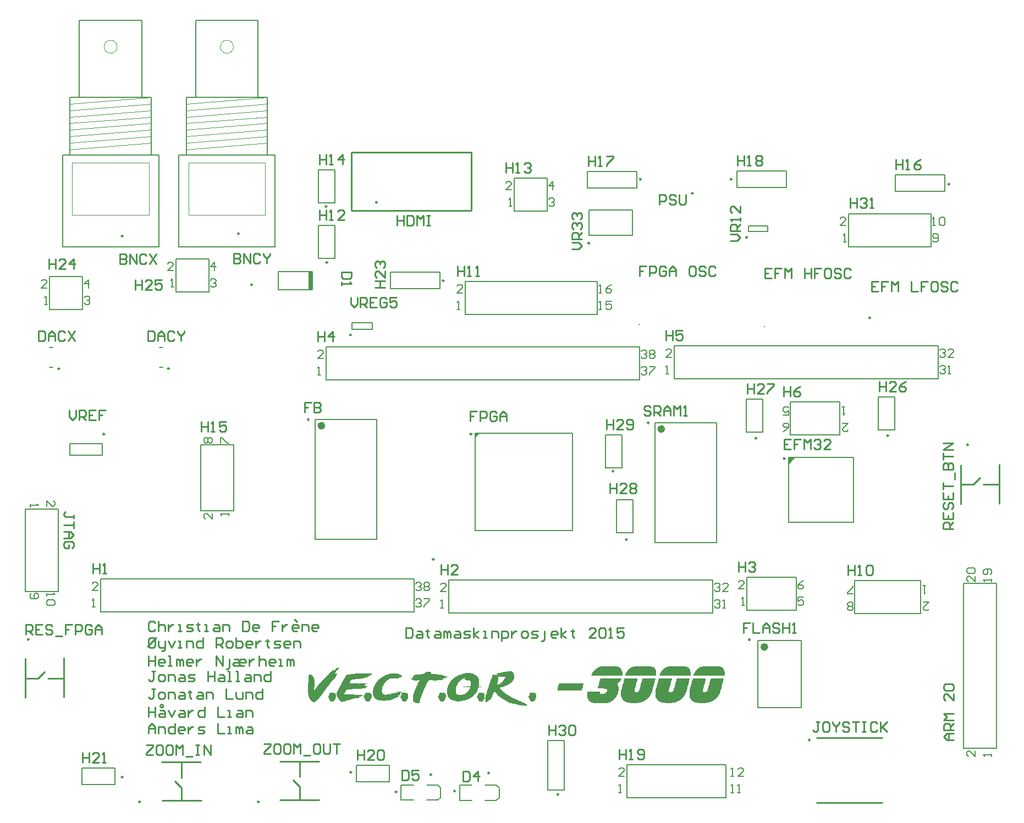
<source format=gto>
G04 Layer_Color=65535*
%FSLAX44Y44*%
%MOMM*%
G71*
G01*
G75*
%ADD27C,0.2032*%
%ADD42C,0.2540*%
%ADD57C,0.0250*%
%ADD58C,0.2500*%
%ADD59C,0.6000*%
%ADD60C,0.3000*%
%ADD61C,0.2000*%
%ADD62C,0.0250*%
%ADD63C,0.0508*%
%ADD64R,0.8000X2.8000*%
G36*
X1180630Y523870D02*
Y533870D01*
X1190630D01*
X1180630Y523870D01*
D02*
G37*
G36*
X698430Y565772D02*
Y571570D01*
X704228D01*
X698430Y565772D01*
D02*
G37*
D27*
X38420Y325260D02*
Y321028D01*
Y323144D01*
X51116D01*
X49000Y325260D01*
Y314680D02*
X51116Y312564D01*
Y308332D01*
X49000Y306216D01*
X40536D01*
X38420Y308332D01*
Y312564D01*
X40536Y314680D01*
X49000D01*
X15136Y325260D02*
X13020Y323144D01*
Y318912D01*
X15136Y316796D01*
X23600D01*
X25716Y318912D01*
Y323144D01*
X23600Y325260D01*
X21484D01*
X19368Y323144D01*
Y316796D01*
X13020Y462420D02*
Y458188D01*
Y460304D01*
X25716D01*
X23600Y462420D01*
X38420Y459036D02*
Y467500D01*
X46884Y459036D01*
X49000D01*
X51116Y461152D01*
Y465384D01*
X49000Y467500D01*
X1468120Y351364D02*
Y342900D01*
X1459656Y351364D01*
X1457540D01*
X1455424Y349248D01*
Y345016D01*
X1457540Y342900D01*
Y355596D02*
X1455424Y357712D01*
Y361944D01*
X1457540Y364060D01*
X1466004D01*
X1468120Y361944D01*
Y357712D01*
X1466004Y355596D01*
X1457540D01*
X1493520Y342900D02*
Y347132D01*
Y345016D01*
X1480824D01*
X1482940Y342900D01*
X1491404Y353480D02*
X1493520Y355596D01*
Y359828D01*
X1491404Y361944D01*
X1482940D01*
X1480824Y359828D01*
Y355596D01*
X1482940Y353480D01*
X1485056D01*
X1487172Y355596D01*
Y361944D01*
X1493520Y73660D02*
Y77892D01*
Y75776D01*
X1480824D01*
X1482940Y73660D01*
X1468120Y82124D02*
Y73660D01*
X1459656Y82124D01*
X1457540D01*
X1455424Y80008D01*
Y75776D01*
X1457540Y73660D01*
X1000334Y688340D02*
X991870D01*
X1000334Y696804D01*
Y698920D01*
X998218Y701036D01*
X993986D01*
X991870Y698920D01*
Y662940D02*
X996102D01*
X993986D01*
Y675636D01*
X991870Y673520D01*
X1413510D02*
X1415626Y675636D01*
X1419858D01*
X1421974Y673520D01*
Y671404D01*
X1419858Y669288D01*
X1417742D01*
X1419858D01*
X1421974Y667172D01*
Y665056D01*
X1419858Y662940D01*
X1415626D01*
X1413510Y665056D01*
X1426206Y662940D02*
X1430438D01*
X1428322D01*
Y675636D01*
X1426206Y673520D01*
X1413510Y698920D02*
X1415626Y701036D01*
X1419858D01*
X1421974Y698920D01*
Y696804D01*
X1419858Y694688D01*
X1417742D01*
X1419858D01*
X1421974Y692572D01*
Y690456D01*
X1419858Y688340D01*
X1415626D01*
X1413510Y690456D01*
X1434670Y688340D02*
X1426206D01*
X1434670Y696804D01*
Y698920D01*
X1432554Y701036D01*
X1428322D01*
X1426206Y698920D01*
X464414Y686570D02*
X455950D01*
X464414Y695034D01*
Y697150D01*
X462298Y699266D01*
X458066D01*
X455950Y697150D01*
Y661170D02*
X460182D01*
X458066D01*
Y673866D01*
X455950Y671750D01*
X953790D02*
X955906Y673866D01*
X960138D01*
X962254Y671750D01*
Y669634D01*
X960138Y667518D01*
X958022D01*
X960138D01*
X962254Y665402D01*
Y663286D01*
X960138Y661170D01*
X955906D01*
X953790Y663286D01*
X966486Y673866D02*
X974950D01*
Y671750D01*
X966486Y663286D01*
Y661170D01*
X953790Y697150D02*
X955906Y699266D01*
X960138D01*
X962254Y697150D01*
Y695034D01*
X960138Y692918D01*
X958022D01*
X960138D01*
X962254Y690802D01*
Y688686D01*
X960138Y686570D01*
X955906D01*
X953790Y688686D01*
X966486Y697150D02*
X968602Y699266D01*
X972834D01*
X974950Y697150D01*
Y695034D01*
X972834Y692918D01*
X974950Y690802D01*
Y688686D01*
X972834Y686570D01*
X968602D01*
X966486Y688686D01*
Y690802D01*
X968602Y692918D01*
X966486Y695034D01*
Y697150D01*
X968602Y692918D02*
X972834D01*
X1172636Y574044D02*
X1176868Y576160D01*
X1181100Y580392D01*
Y584624D01*
X1178984Y586740D01*
X1174752D01*
X1172636Y584624D01*
Y582508D01*
X1174752Y580392D01*
X1181100D01*
X1172636Y599444D02*
X1181100D01*
Y605792D01*
X1176868Y603676D01*
X1174752D01*
X1172636Y605792D01*
Y610024D01*
X1174752Y612140D01*
X1178984D01*
X1181100Y610024D01*
X1264076Y586740D02*
X1272540D01*
X1264076Y578276D01*
Y576160D01*
X1266192Y574044D01*
X1270424D01*
X1272540Y576160D01*
X1267460Y612140D02*
X1263228D01*
X1265344D01*
Y599444D01*
X1267460Y601560D01*
X1092200Y43180D02*
X1096432D01*
X1094316D01*
Y55876D01*
X1092200Y53760D01*
X1111244Y43180D02*
X1102780D01*
X1111244Y51644D01*
Y53760D01*
X1109128Y55876D01*
X1104896D01*
X1102780Y53760D01*
X1102360Y17780D02*
X1106592D01*
X1104476D01*
Y30476D01*
X1102360Y28360D01*
X1092200Y17780D02*
X1096432D01*
X1094316D01*
Y30476D01*
X1092200Y28360D01*
X919480Y17780D02*
X923712D01*
X921596D01*
Y30476D01*
X919480Y28360D01*
X927944Y43180D02*
X919480D01*
X927944Y51644D01*
Y53760D01*
X925828Y55876D01*
X921596D01*
X919480Y53760D01*
X679024Y787400D02*
X670560D01*
X679024Y795864D01*
Y797980D01*
X676908Y800096D01*
X672676D01*
X670560Y797980D01*
Y762000D02*
X674792D01*
X672676D01*
Y774696D01*
X670560Y772580D01*
X889000Y762000D02*
X893232D01*
X891116D01*
Y774696D01*
X889000Y772580D01*
X908044Y774696D02*
X899580D01*
Y768348D01*
X903812Y770464D01*
X905928D01*
X908044Y768348D01*
Y764116D01*
X905928Y762000D01*
X901696D01*
X899580Y764116D01*
X889000Y787400D02*
X893232D01*
X891116D01*
Y800096D01*
X889000Y797980D01*
X908044Y800096D02*
X903812Y797980D01*
X899580Y793748D01*
Y789516D01*
X901696Y787400D01*
X905928D01*
X908044Y789516D01*
Y791632D01*
X905928Y793748D01*
X899580D01*
X750570Y920750D02*
X754802D01*
X752686D01*
Y933446D01*
X750570Y931330D01*
X753954Y946150D02*
X745490D01*
X753954Y954614D01*
Y956730D01*
X751838Y958846D01*
X747606D01*
X745490Y956730D01*
X817878Y946150D02*
Y958846D01*
X811530Y952498D01*
X819994D01*
X811530Y931330D02*
X813646Y933446D01*
X817878D01*
X819994Y931330D01*
Y929214D01*
X817878Y927098D01*
X815762D01*
X817878D01*
X819994Y924982D01*
Y922866D01*
X817878Y920750D01*
X813646D01*
X811530Y922866D01*
X653624Y327660D02*
X645160D01*
X653624Y336124D01*
Y338240D01*
X651508Y340356D01*
X647276D01*
X645160Y338240D01*
Y302260D02*
X649392D01*
X647276D01*
Y314956D01*
X645160Y312840D01*
X1066800D02*
X1068916Y314956D01*
X1073148D01*
X1075264Y312840D01*
Y310724D01*
X1073148Y308608D01*
X1071032D01*
X1073148D01*
X1075264Y306492D01*
Y304376D01*
X1073148Y302260D01*
X1068916D01*
X1066800Y304376D01*
X1079496Y302260D02*
X1083728D01*
X1081612D01*
Y314956D01*
X1079496Y312840D01*
X1066800Y338240D02*
X1068916Y340356D01*
X1073148D01*
X1075264Y338240D01*
Y336124D01*
X1073148Y334008D01*
X1071032D01*
X1073148D01*
X1075264Y331892D01*
Y329776D01*
X1073148Y327660D01*
X1068916D01*
X1066800Y329776D01*
X1087960Y327660D02*
X1079496D01*
X1087960Y336124D01*
Y338240D01*
X1085844Y340356D01*
X1081612D01*
X1079496Y338240D01*
X117514Y328970D02*
X109050D01*
X117514Y337434D01*
Y339550D01*
X115398Y341666D01*
X111166D01*
X109050Y339550D01*
Y303570D02*
X113282D01*
X111166D01*
Y316266D01*
X109050Y314150D01*
X606890D02*
X609006Y316266D01*
X613238D01*
X615354Y314150D01*
Y312034D01*
X613238Y309918D01*
X611122D01*
X613238D01*
X615354Y307802D01*
Y305686D01*
X613238Y303570D01*
X609006D01*
X606890Y305686D01*
X619586Y316266D02*
X628050D01*
Y314150D01*
X619586Y305686D01*
Y303570D01*
X606890Y339550D02*
X609006Y341666D01*
X613238D01*
X615354Y339550D01*
Y337434D01*
X613238Y335318D01*
X611122D01*
X613238D01*
X615354Y333202D01*
Y331086D01*
X613238Y328970D01*
X609006D01*
X606890Y331086D01*
X619586Y339550D02*
X621702Y341666D01*
X625934D01*
X628050Y339550D01*
Y337434D01*
X625934Y335318D01*
X628050Y333202D01*
Y331086D01*
X625934Y328970D01*
X621702D01*
X619586Y331086D01*
Y333202D01*
X621702Y335318D01*
X619586Y337434D01*
Y339550D01*
X621702Y335318D02*
X625934D01*
X1203534Y344166D02*
X1199302Y342050D01*
X1195070Y337818D01*
Y333586D01*
X1197186Y331470D01*
X1201418D01*
X1203534Y333586D01*
Y335702D01*
X1201418Y337818D01*
X1195070D01*
X1203534Y318766D02*
X1195070D01*
Y312418D01*
X1199302Y314534D01*
X1201418D01*
X1203534Y312418D01*
Y308186D01*
X1201418Y306070D01*
X1197186D01*
X1195070Y308186D01*
X1112094Y331470D02*
X1103630D01*
X1112094Y339934D01*
Y342050D01*
X1109978Y344166D01*
X1105746D01*
X1103630Y342050D01*
X1108710Y306070D02*
X1112942D01*
X1110826D01*
Y318766D01*
X1108710Y316650D01*
X1388536Y311150D02*
X1397000D01*
X1388536Y302686D01*
Y300570D01*
X1390652Y298454D01*
X1394884D01*
X1397000Y300570D01*
X1391920Y336550D02*
X1387688D01*
X1389804D01*
Y323854D01*
X1391920Y325970D01*
X1280160Y323854D02*
X1271696D01*
Y325970D01*
X1280160Y334434D01*
Y336550D01*
Y300570D02*
X1278044Y298454D01*
X1273812D01*
X1271696Y300570D01*
Y302686D01*
X1273812Y304802D01*
X1271696Y306918D01*
Y309034D01*
X1273812Y311150D01*
X1278044D01*
X1280160Y309034D01*
Y306918D01*
X1278044Y304802D01*
X1280160Y302686D01*
Y300570D01*
X1278044Y304802D02*
X1273812D01*
X293370Y447884D02*
Y439420D01*
X284906Y447884D01*
X282790D01*
X280674Y445768D01*
Y441536D01*
X282790Y439420D01*
X318770Y444500D02*
Y448732D01*
Y446616D01*
X306074D01*
X308190Y444500D01*
X306074Y556260D02*
Y564724D01*
X308190D01*
X316654Y556260D01*
X318770D01*
X282790D02*
X280674Y558376D01*
Y562608D01*
X282790Y564724D01*
X284906D01*
X287022Y562608D01*
X289138Y564724D01*
X291254D01*
X293370Y562608D01*
Y558376D01*
X291254Y556260D01*
X289138D01*
X287022Y558376D01*
X284906Y556260D01*
X282790D01*
X287022Y558376D02*
Y562608D01*
X96520Y780200D02*
X98636Y782316D01*
X102868D01*
X104984Y780200D01*
Y778084D01*
X102868Y775968D01*
X100752D01*
X102868D01*
X104984Y773852D01*
Y771736D01*
X102868Y769620D01*
X98636D01*
X96520Y771736D01*
X102868Y795020D02*
Y807716D01*
X96520Y801368D01*
X104984D01*
X38944Y795020D02*
X30480D01*
X38944Y803484D01*
Y805600D01*
X36828Y807716D01*
X32596D01*
X30480Y805600D01*
X35560Y769620D02*
X39792D01*
X37676D01*
Y782316D01*
X35560Y780200D01*
X290830Y806870D02*
X292946Y808986D01*
X297178D01*
X299294Y806870D01*
Y804754D01*
X297178Y802638D01*
X295062D01*
X297178D01*
X299294Y800522D01*
Y798406D01*
X297178Y796290D01*
X292946D01*
X290830Y798406D01*
X297178Y821690D02*
Y834386D01*
X290830Y828038D01*
X299294D01*
X233254Y821690D02*
X224790D01*
X233254Y830154D01*
Y832270D01*
X231138Y834386D01*
X226906D01*
X224790Y832270D01*
X229870Y796290D02*
X234102D01*
X231986D01*
Y808986D01*
X229870Y806870D01*
X1268812Y891032D02*
X1260348D01*
X1268812Y899496D01*
Y901612D01*
X1266696Y903728D01*
X1262464D01*
X1260348Y901612D01*
X1265428Y865632D02*
X1269660D01*
X1267544D01*
Y878328D01*
X1265428Y876212D01*
X1402588Y867748D02*
X1404704Y865632D01*
X1408936D01*
X1411052Y867748D01*
Y876212D01*
X1408936Y878328D01*
X1404704D01*
X1402588Y876212D01*
Y874096D01*
X1404704Y871980D01*
X1411052D01*
X1402588Y891032D02*
X1406820D01*
X1404704D01*
Y903728D01*
X1402588Y901612D01*
X1413168D02*
X1415284Y903728D01*
X1419516D01*
X1421632Y901612D01*
Y893148D01*
X1419516Y891032D01*
X1415284D01*
X1413168Y893148D01*
Y901612D01*
D42*
X650240Y806450D02*
G03*
X650240Y806450I-1270J0D01*
G01*
X826770Y15240D02*
G03*
X826770Y15240I-1270J0D01*
G01*
X635000Y377190D02*
G03*
X635000Y377190I-1270J0D01*
G01*
X355600Y800100D02*
G03*
X355600Y800100I-1270J0D01*
G01*
X156210Y875030D02*
G03*
X156210Y875030I-1270J0D01*
G01*
X335280Y878840D02*
G03*
X335280Y878840I-1270J0D01*
G01*
X469900Y920750D02*
G03*
X469900Y920750I-1270J0D01*
G01*
X471170Y834390D02*
G03*
X471170Y834390I-1270J0D01*
G01*
X547370Y927100D02*
G03*
X547370Y927100I-1270J0D01*
G01*
X953770Y962660D02*
G03*
X953770Y962660I-1270J0D01*
G01*
X1428750Y955040D02*
G03*
X1428750Y955040I-1270J0D01*
G01*
X1093470Y962660D02*
G03*
X1093470Y962660I-1270J0D01*
G01*
X1033780Y941070D02*
G03*
X1033780Y941070I-1270J0D01*
G01*
X1306830Y749300D02*
G03*
X1306830Y749300I-1270J0D01*
G01*
X932180Y407670D02*
G03*
X932180Y407670I-1270J0D01*
G01*
X911860Y513080D02*
G03*
X911860Y513080I-1270J0D01*
G01*
X1131570Y563880D02*
G03*
X1131570Y563880I-1270J0D01*
G01*
X1334770Y567690D02*
G03*
X1334770Y567690I-1270J0D01*
G01*
X1457960Y553720D02*
G03*
X1457960Y553720I-1270J0D01*
G01*
X1214120Y99060D02*
G03*
X1214120Y99060I-1270J0D01*
G01*
X720090Y48260D02*
G03*
X720090Y48260I-1270J0D01*
G01*
X631190Y45720D02*
G03*
X631190Y45720I-1270J0D01*
G01*
X668020Y20320D02*
G03*
X668020Y20320I-1270J0D01*
G01*
X577850Y19050D02*
G03*
X577850Y19050I-1270J0D01*
G01*
X508000Y49530D02*
G03*
X508000Y49530I-1270J0D01*
G01*
X156210Y41910D02*
G03*
X156210Y41910I-1270J0D01*
G01*
X11430Y254000D02*
G03*
X11430Y254000I-1270J0D01*
G01*
X365760Y3810D02*
G03*
X365760Y3810I-1270J0D01*
G01*
X182880D02*
G03*
X182880Y3810I-1270J0D01*
G01*
X218300Y151130D02*
G03*
X218300Y151130I-2400J0D01*
G01*
X420370Y284734D02*
X424434Y280670D01*
X420116Y284734D02*
X420370D01*
X193802Y242570D02*
X207264Y256032D01*
X193548Y242570D02*
X193802D01*
X5700Y164090D02*
Y224090D01*
X64770Y164790D02*
Y224790D01*
X5700Y194090D02*
X25400D01*
X35560Y204250D01*
X40640Y194090D02*
X64770D01*
X1445880Y462540D02*
Y522540D01*
X1504950Y463240D02*
Y523240D01*
X1445880Y492540D02*
X1465580D01*
X1475740Y502700D01*
X1480820Y492540D02*
X1504950D01*
X692600Y914010D02*
Y1003710D01*
X692500Y913910D02*
X692600Y914010D01*
X507900Y913910D02*
X692500D01*
X507900D02*
X508100Y914110D01*
Y1003710D01*
X692400D01*
X1224510Y2590D02*
X1324510D01*
X1224510Y102590D02*
X1324510D01*
X398210Y6970D02*
X458210D01*
X397510Y66040D02*
X457510D01*
X428210Y6970D02*
Y26670D01*
X418050Y36830D02*
X428210Y26670D01*
Y41910D02*
Y66040D01*
X216600Y5700D02*
X276600D01*
X215900Y64770D02*
X275900D01*
X246600Y5700D02*
Y25400D01*
X236440Y35560D02*
X246600Y25400D01*
Y40640D02*
Y64770D01*
X210820Y251455D02*
Y243838D01*
X213359Y241298D01*
X220977D01*
Y238759D01*
X218438Y236220D01*
X215898D01*
X220977Y241298D02*
Y251455D01*
X226055D02*
X231133Y241298D01*
X236212Y251455D01*
X241290Y241298D02*
X246369D01*
X243829D01*
Y251455D01*
X241290D01*
X253986Y241298D02*
Y251455D01*
X261604D01*
X264143Y248916D01*
Y241298D01*
X279378Y256533D02*
Y241298D01*
X271760D01*
X269221Y243838D01*
Y248916D01*
X271760Y251455D01*
X279378D01*
X299691Y241298D02*
Y256533D01*
X307309D01*
X309848Y253994D01*
Y248916D01*
X307309Y246377D01*
X299691D01*
X304770D02*
X309848Y241298D01*
X317465D02*
X322544D01*
X325083Y243838D01*
Y248916D01*
X322544Y251455D01*
X317465D01*
X314926Y248916D01*
Y243838D01*
X317465Y241298D01*
X330161Y256533D02*
Y241298D01*
X337779D01*
X340318Y243838D01*
Y246377D01*
Y248916D01*
X337779Y251455D01*
X330161D01*
X353014Y241298D02*
X347936D01*
X345396Y243838D01*
Y248916D01*
X347936Y251455D01*
X353014D01*
X355553Y248916D01*
Y246377D01*
X345396D01*
X360631Y251455D02*
Y241298D01*
Y246377D01*
X363171Y248916D01*
X365710Y251455D01*
X368249D01*
X378406Y253994D02*
Y251455D01*
X375867D01*
X380945D01*
X378406D01*
Y243838D01*
X380945Y241298D01*
X388563D02*
X396180D01*
X398719Y243838D01*
X396180Y246377D01*
X391102D01*
X388563Y248916D01*
X391102Y251455D01*
X398719D01*
X411415Y241298D02*
X406337D01*
X403798Y243838D01*
Y248916D01*
X406337Y251455D01*
X411415D01*
X413954Y248916D01*
Y246377D01*
X403798D01*
X419033Y241298D02*
Y251455D01*
X426650D01*
X429189Y248916D01*
Y241298D01*
X203197Y256535D02*
X198119D01*
X195580Y253996D01*
Y243839D01*
X198119Y241300D01*
X203197D01*
X205737Y243839D01*
Y253996D01*
X203197Y256535D01*
X981710Y923544D02*
Y938779D01*
X989327D01*
X991867Y936240D01*
Y931161D01*
X989327Y928622D01*
X981710D01*
X1007102Y936240D02*
X1004563Y938779D01*
X999484D01*
X996945Y936240D01*
Y933701D01*
X999484Y931161D01*
X1004563D01*
X1007102Y928622D01*
Y926083D01*
X1004563Y923544D01*
X999484D01*
X996945Y926083D01*
X1012180Y938779D02*
Y926083D01*
X1014719Y923544D01*
X1019798D01*
X1022337Y926083D01*
Y938779D01*
X591820Y271775D02*
Y256540D01*
X599437D01*
X601977Y259079D01*
Y269236D01*
X599437Y271775D01*
X591820D01*
X609594Y266697D02*
X614673D01*
X617212Y264158D01*
Y256540D01*
X609594D01*
X607055Y259079D01*
X609594Y261618D01*
X617212D01*
X624829Y269236D02*
Y266697D01*
X622290D01*
X627369D01*
X624829D01*
Y259079D01*
X627369Y256540D01*
X637525Y266697D02*
X642604D01*
X645143Y264158D01*
Y256540D01*
X637525D01*
X634986Y259079D01*
X637525Y261618D01*
X645143D01*
X650221Y256540D02*
Y266697D01*
X652760D01*
X655300Y264158D01*
Y256540D01*
Y264158D01*
X657839Y266697D01*
X660378Y264158D01*
Y256540D01*
X667995Y266697D02*
X673074D01*
X675613Y264158D01*
Y256540D01*
X667995D01*
X665456Y259079D01*
X667995Y261618D01*
X675613D01*
X680691Y256540D02*
X688309D01*
X690848Y259079D01*
X688309Y261618D01*
X683230D01*
X680691Y264158D01*
X683230Y266697D01*
X690848D01*
X695926Y256540D02*
Y271775D01*
Y261618D02*
X703544Y266697D01*
X695926Y261618D02*
X703544Y256540D01*
X711161D02*
X716240D01*
X713701D01*
Y266697D01*
X711161D01*
X723857Y256540D02*
Y266697D01*
X731475D01*
X734014Y264158D01*
Y256540D01*
X739092Y251462D02*
Y266697D01*
X746710D01*
X749249Y264158D01*
Y259079D01*
X746710Y256540D01*
X739092D01*
X754327Y266697D02*
Y256540D01*
Y261618D01*
X756867Y264158D01*
X759406Y266697D01*
X761945D01*
X772102Y256540D02*
X777180D01*
X779719Y259079D01*
Y264158D01*
X777180Y266697D01*
X772102D01*
X769563Y264158D01*
Y259079D01*
X772102Y256540D01*
X784798D02*
X792415D01*
X794954Y259079D01*
X792415Y261618D01*
X787337D01*
X784798Y264158D01*
X787337Y266697D01*
X794954D01*
X800033Y251462D02*
X802572D01*
X805111Y254001D01*
Y266697D01*
X822885Y256540D02*
X817807D01*
X815268Y259079D01*
Y264158D01*
X817807Y266697D01*
X822885D01*
X825424Y264158D01*
Y261618D01*
X815268D01*
X830503Y256540D02*
Y271775D01*
Y261618D02*
X838120Y266697D01*
X830503Y261618D02*
X838120Y256540D01*
X848277Y269236D02*
Y266697D01*
X845738D01*
X850816D01*
X848277D01*
Y259079D01*
X850816Y256540D01*
X883826D02*
X873669D01*
X883826Y266697D01*
Y269236D01*
X881286Y271775D01*
X876208D01*
X873669Y269236D01*
X888904D02*
X891443Y271775D01*
X896521D01*
X899061Y269236D01*
Y259079D01*
X896521Y256540D01*
X891443D01*
X888904Y259079D01*
Y269236D01*
X904139Y256540D02*
X909217D01*
X906678D01*
Y271775D01*
X904139Y269236D01*
X926992Y271775D02*
X916835D01*
Y264158D01*
X921913Y266697D01*
X924452D01*
X926992Y264158D01*
Y259079D01*
X924452Y256540D01*
X919374D01*
X916835Y259079D01*
X585600Y52035D02*
Y36800D01*
X593218D01*
X595757Y39339D01*
Y49496D01*
X593218Y52035D01*
X585600D01*
X610992D02*
X600835D01*
Y44418D01*
X605913Y46957D01*
X608453D01*
X610992Y44418D01*
Y39339D01*
X608453Y36800D01*
X603374D01*
X600835Y39339D01*
X680050Y51085D02*
Y35850D01*
X687667D01*
X690207Y38389D01*
Y48546D01*
X687667Y51085D01*
X680050D01*
X702903Y35850D02*
Y51085D01*
X695285Y43467D01*
X705442D01*
X6985Y261239D02*
Y276474D01*
X14603D01*
X17142Y273935D01*
Y268857D01*
X14603Y266317D01*
X6985D01*
X12063D02*
X17142Y261239D01*
X32377Y276474D02*
X22220D01*
Y261239D01*
X32377D01*
X22220Y268857D02*
X27298D01*
X47612Y273935D02*
X45073Y276474D01*
X39994D01*
X37455Y273935D01*
Y271396D01*
X39994Y268857D01*
X45073D01*
X47612Y266317D01*
Y263778D01*
X45073Y261239D01*
X39994D01*
X37455Y263778D01*
X52690Y258700D02*
X62847D01*
X78082Y276474D02*
X67925D01*
Y268857D01*
X73004D01*
X67925D01*
Y261239D01*
X83160D02*
Y276474D01*
X90778D01*
X93317Y273935D01*
Y268857D01*
X90778Y266317D01*
X83160D01*
X108552Y273935D02*
X106013Y276474D01*
X100935D01*
X98395Y273935D01*
Y263778D01*
X100935Y261239D01*
X106013D01*
X108552Y263778D01*
Y268857D01*
X103474D01*
X113631Y261239D02*
Y271396D01*
X118709Y276474D01*
X123787Y271396D01*
Y261239D01*
Y268857D01*
X113631D01*
X373634Y92705D02*
X383791D01*
Y90166D01*
X373634Y80009D01*
Y77470D01*
X383791D01*
X396487Y92705D02*
X391408D01*
X388869Y90166D01*
Y80009D01*
X391408Y77470D01*
X396487D01*
X399026Y80009D01*
Y90166D01*
X396487Y92705D01*
X411722D02*
X406643D01*
X404104Y90166D01*
Y80009D01*
X406643Y77470D01*
X411722D01*
X414261Y80009D01*
Y90166D01*
X411722Y92705D01*
X419339Y77470D02*
Y92705D01*
X424418Y87627D01*
X429496Y92705D01*
Y77470D01*
X434574Y74931D02*
X444731D01*
X457427Y92705D02*
X452349D01*
X449809Y90166D01*
Y80009D01*
X452349Y77470D01*
X457427D01*
X459966Y80009D01*
Y90166D01*
X457427Y92705D01*
X465044D02*
Y80009D01*
X467584Y77470D01*
X472662D01*
X475201Y80009D01*
Y92705D01*
X480280D02*
X490436D01*
X485358D01*
Y77470D01*
X192024Y91435D02*
X202181D01*
Y88896D01*
X192024Y78739D01*
Y76200D01*
X202181D01*
X214877Y91435D02*
X209798D01*
X207259Y88896D01*
Y78739D01*
X209798Y76200D01*
X214877D01*
X217416Y78739D01*
Y88896D01*
X214877Y91435D01*
X230112D02*
X225033D01*
X222494Y88896D01*
Y78739D01*
X225033Y76200D01*
X230112D01*
X232651Y78739D01*
Y88896D01*
X230112Y91435D01*
X237729Y76200D02*
Y91435D01*
X242808Y86357D01*
X247886Y91435D01*
Y76200D01*
X252964Y73661D02*
X263121D01*
X268199Y91435D02*
X273278D01*
X270739D01*
Y76200D01*
X268199D01*
X273278D01*
X280895D02*
Y91435D01*
X291052Y76200D01*
Y91435D01*
X73914Y606801D02*
Y596644D01*
X78992Y591566D01*
X84071Y596644D01*
Y606801D01*
X89149Y591566D02*
Y606801D01*
X96767D01*
X99306Y604262D01*
Y599184D01*
X96767Y596644D01*
X89149D01*
X94227D02*
X99306Y591566D01*
X114541Y606801D02*
X104384D01*
Y591566D01*
X114541D01*
X104384Y599184D02*
X109462D01*
X129776Y606801D02*
X119619D01*
Y599184D01*
X124698D01*
X119619D01*
Y591566D01*
X968753Y611374D02*
X966214Y613913D01*
X961135D01*
X958596Y611374D01*
Y608835D01*
X961135Y606296D01*
X966214D01*
X968753Y603756D01*
Y601217D01*
X966214Y598678D01*
X961135D01*
X958596Y601217D01*
X973831Y598678D02*
Y613913D01*
X981449D01*
X983988Y611374D01*
Y606296D01*
X981449Y603756D01*
X973831D01*
X978909D02*
X983988Y598678D01*
X989066D02*
Y608835D01*
X994145Y613913D01*
X999223Y608835D01*
Y598678D01*
Y606296D01*
X989066D01*
X1004301Y598678D02*
Y613913D01*
X1009380Y608835D01*
X1014458Y613913D01*
Y598678D01*
X1019536D02*
X1024615D01*
X1022076D01*
Y613913D01*
X1019536Y611374D01*
X1433830Y424180D02*
X1418595D01*
Y431797D01*
X1421134Y434337D01*
X1426212D01*
X1428752Y431797D01*
Y424180D01*
Y429258D02*
X1433830Y434337D01*
X1418595Y449572D02*
Y439415D01*
X1433830D01*
Y449572D01*
X1426212Y439415D02*
Y444493D01*
X1421134Y464807D02*
X1418595Y462268D01*
Y457189D01*
X1421134Y454650D01*
X1423673D01*
X1426212Y457189D01*
Y462268D01*
X1428752Y464807D01*
X1431291D01*
X1433830Y462268D01*
Y457189D01*
X1431291Y454650D01*
X1418595Y480042D02*
Y469885D01*
X1433830D01*
Y480042D01*
X1426212Y469885D02*
Y474964D01*
X1418595Y485120D02*
Y495277D01*
Y490199D01*
X1433830D01*
X1436369Y500355D02*
Y510512D01*
X1418595Y515590D02*
X1433830D01*
Y523208D01*
X1431291Y525747D01*
X1428752D01*
X1426212Y523208D01*
Y515590D01*
Y523208D01*
X1423673Y525747D01*
X1421134D01*
X1418595Y523208D01*
Y515590D01*
Y530826D02*
Y540982D01*
Y535904D01*
X1433830D01*
Y546061D02*
X1418595D01*
X1433830Y556217D01*
X1418595D01*
X80185Y440193D02*
Y445272D01*
Y442733D01*
X67489D01*
X64950Y445272D01*
Y447811D01*
X67489Y450350D01*
X80185Y435115D02*
Y424958D01*
Y430037D01*
X64950D01*
Y419880D02*
X75107D01*
X80185Y414801D01*
X75107Y409723D01*
X64950D01*
X72568D01*
Y419880D01*
X77646Y394488D02*
X80185Y397027D01*
Y402106D01*
X77646Y404645D01*
X67489D01*
X64950Y402106D01*
Y397027D01*
X67489Y394488D01*
X72568D01*
Y399566D01*
X1228087Y126741D02*
X1223008D01*
X1225547D01*
Y114045D01*
X1223008Y111506D01*
X1220469D01*
X1217930Y114045D01*
X1240783Y126741D02*
X1235704D01*
X1233165Y124202D01*
Y114045D01*
X1235704Y111506D01*
X1240783D01*
X1243322Y114045D01*
Y124202D01*
X1240783Y126741D01*
X1248400D02*
Y124202D01*
X1253478Y119123D01*
X1258557Y124202D01*
Y126741D01*
X1253478Y119123D02*
Y111506D01*
X1273792Y124202D02*
X1271253Y126741D01*
X1266174D01*
X1263635Y124202D01*
Y121663D01*
X1266174Y119123D01*
X1271253D01*
X1273792Y116584D01*
Y114045D01*
X1271253Y111506D01*
X1266174D01*
X1263635Y114045D01*
X1278870Y126741D02*
X1289027D01*
X1283949D01*
Y111506D01*
X1294105Y126741D02*
X1299184D01*
X1296644D01*
Y111506D01*
X1294105D01*
X1299184D01*
X1316958Y124202D02*
X1314419Y126741D01*
X1309340D01*
X1306801Y124202D01*
Y114045D01*
X1309340Y111506D01*
X1314419D01*
X1316958Y114045D01*
X1322036Y126741D02*
Y111506D01*
Y116584D01*
X1332193Y126741D01*
X1324576Y119123D01*
X1332193Y111506D01*
X94234Y79751D02*
Y64516D01*
Y72133D01*
X104391D01*
Y79751D01*
Y64516D01*
X119626D02*
X109469D01*
X119626Y74673D01*
Y77212D01*
X117087Y79751D01*
X112008D01*
X109469Y77212D01*
X124704Y64516D02*
X129782D01*
X127243D01*
Y79751D01*
X124704Y77212D01*
X517144Y83561D02*
Y68326D01*
Y75943D01*
X527301D01*
Y83561D01*
Y68326D01*
X542536D02*
X532379D01*
X542536Y78483D01*
Y81022D01*
X539997Y83561D01*
X534918D01*
X532379Y81022D01*
X547614D02*
X550153Y83561D01*
X555232D01*
X557771Y81022D01*
Y70865D01*
X555232Y68326D01*
X550153D01*
X547614Y70865D01*
Y81022D01*
X919988Y84831D02*
Y69596D01*
Y77214D01*
X930145D01*
Y84831D01*
Y69596D01*
X935223D02*
X940301D01*
X937762D01*
Y84831D01*
X935223Y82292D01*
X947919Y72135D02*
X950458Y69596D01*
X955536D01*
X958076Y72135D01*
Y82292D01*
X955536Y84831D01*
X950458D01*
X947919Y82292D01*
Y79753D01*
X950458Y77214D01*
X958076D01*
X1102614Y999231D02*
Y983996D01*
Y991613D01*
X1112771D01*
Y999231D01*
Y983996D01*
X1117849D02*
X1122927D01*
X1120388D01*
Y999231D01*
X1117849Y996692D01*
X1130545D02*
X1133084Y999231D01*
X1138163D01*
X1140702Y996692D01*
Y994153D01*
X1138163Y991613D01*
X1140702Y989074D01*
Y986535D01*
X1138163Y983996D01*
X1133084D01*
X1130545Y986535D01*
Y989074D01*
X1133084Y991613D01*
X1130545Y994153D01*
Y996692D01*
X1133084Y991613D02*
X1138163D01*
X872744Y997961D02*
Y982726D01*
Y990343D01*
X882901D01*
Y997961D01*
Y982726D01*
X887979D02*
X893057D01*
X890518D01*
Y997961D01*
X887979Y995422D01*
X900675Y997961D02*
X910832D01*
Y995422D01*
X900675Y985265D01*
Y982726D01*
X1346454Y992881D02*
Y977646D01*
Y985264D01*
X1356611D01*
Y992881D01*
Y977646D01*
X1361689D02*
X1366767D01*
X1364228D01*
Y992881D01*
X1361689Y990342D01*
X1384542Y992881D02*
X1379463Y990342D01*
X1374385Y985264D01*
Y980185D01*
X1376924Y977646D01*
X1382003D01*
X1384542Y980185D01*
Y982724D01*
X1382003Y985264D01*
X1374385D01*
X277114Y589529D02*
Y574294D01*
Y581912D01*
X287271D01*
Y589529D01*
Y574294D01*
X292349D02*
X297427D01*
X294888D01*
Y589529D01*
X292349Y586990D01*
X315202Y589529D02*
X305045D01*
Y581912D01*
X310123Y584451D01*
X312663D01*
X315202Y581912D01*
Y576833D01*
X312663Y574294D01*
X307584D01*
X305045Y576833D01*
X458851Y1000374D02*
Y985139D01*
Y992757D01*
X469008D01*
Y1000374D01*
Y985139D01*
X474086D02*
X479164D01*
X476625D01*
Y1000374D01*
X474086Y997835D01*
X494399Y985139D02*
Y1000374D01*
X486782Y992757D01*
X496939D01*
X745998Y987801D02*
Y972566D01*
Y980183D01*
X756155D01*
Y987801D01*
Y972566D01*
X761233D02*
X766311D01*
X763772D01*
Y987801D01*
X761233Y985262D01*
X773929D02*
X776468Y987801D01*
X781546D01*
X784086Y985262D01*
Y982723D01*
X781546Y980183D01*
X779007D01*
X781546D01*
X784086Y977644D01*
Y975105D01*
X781546Y972566D01*
X776468D01*
X773929Y975105D01*
X458724Y915411D02*
Y900176D01*
Y907794D01*
X468881D01*
Y915411D01*
Y900176D01*
X473959D02*
X479037D01*
X476498D01*
Y915411D01*
X473959Y912872D01*
X496812Y900176D02*
X486655D01*
X496812Y910333D01*
Y912872D01*
X494272Y915411D01*
X489194D01*
X486655Y912872D01*
X671068Y829051D02*
Y813816D01*
Y821433D01*
X681225D01*
Y829051D01*
Y813816D01*
X686303D02*
X691381D01*
X688842D01*
Y829051D01*
X686303Y826512D01*
X698999Y813816D02*
X704077D01*
X701538D01*
Y829051D01*
X698999Y826512D01*
X1272286Y368041D02*
Y352806D01*
Y360424D01*
X1282443D01*
Y368041D01*
Y352806D01*
X1287521D02*
X1292599D01*
X1290060D01*
Y368041D01*
X1287521Y365502D01*
X1300217D02*
X1302756Y368041D01*
X1307834D01*
X1310374Y365502D01*
Y355345D01*
X1307834Y352806D01*
X1302756D01*
X1300217Y355345D01*
Y365502D01*
X1173226Y643631D02*
Y628396D01*
Y636013D01*
X1183383D01*
Y643631D01*
Y628396D01*
X1198618Y643631D02*
X1193539Y641092D01*
X1188461Y636013D01*
Y630935D01*
X1191000Y628396D01*
X1196079D01*
X1198618Y630935D01*
Y633474D01*
X1196079Y636013D01*
X1188461D01*
X992378Y729991D02*
Y714756D01*
Y722374D01*
X1002535D01*
Y729991D01*
Y714756D01*
X1017770Y729991D02*
X1007613D01*
Y722374D01*
X1012691Y724913D01*
X1015231D01*
X1017770Y722374D01*
Y717295D01*
X1015231Y714756D01*
X1010152D01*
X1007613Y717295D01*
X456458Y728221D02*
Y712986D01*
Y720603D01*
X466615D01*
Y728221D01*
Y712986D01*
X479311D02*
Y728221D01*
X471693Y720603D01*
X481850D01*
X1104138Y373121D02*
Y357886D01*
Y365504D01*
X1114295D01*
Y373121D01*
Y357886D01*
X1119373Y370582D02*
X1121912Y373121D01*
X1126991D01*
X1129530Y370582D01*
Y368043D01*
X1126991Y365504D01*
X1124451D01*
X1126991D01*
X1129530Y362964D01*
Y360425D01*
X1126991Y357886D01*
X1121912D01*
X1119373Y360425D01*
X645668Y369311D02*
Y354076D01*
Y361693D01*
X655825D01*
Y369311D01*
Y354076D01*
X671060D02*
X660903D01*
X671060Y364233D01*
Y366772D01*
X668521Y369311D01*
X663442D01*
X660903Y366772D01*
X109558Y370621D02*
Y355386D01*
Y363004D01*
X119715D01*
Y370621D01*
Y355386D01*
X124793D02*
X129871D01*
X127332D01*
Y370621D01*
X124793Y368082D01*
X700529Y605023D02*
X690372D01*
Y597406D01*
X695450D01*
X690372D01*
Y589788D01*
X705607D02*
Y605023D01*
X713225D01*
X715764Y602484D01*
Y597406D01*
X713225Y594866D01*
X705607D01*
X730999Y602484D02*
X728460Y605023D01*
X723381D01*
X720842Y602484D01*
Y592327D01*
X723381Y589788D01*
X728460D01*
X730999Y592327D01*
Y597406D01*
X725920D01*
X736077Y589788D02*
Y599945D01*
X741156Y605023D01*
X746234Y599945D01*
Y589788D01*
Y597406D01*
X736077D01*
X961875Y828965D02*
X951719D01*
Y821348D01*
X956797D01*
X951719D01*
Y813730D01*
X966954D02*
Y828965D01*
X974571D01*
X977110Y826426D01*
Y821348D01*
X974571Y818808D01*
X966954D01*
X992345Y826426D02*
X989806Y828965D01*
X984728D01*
X982189Y826426D01*
Y816269D01*
X984728Y813730D01*
X989806D01*
X992345Y816269D01*
Y821348D01*
X987267D01*
X997424Y813730D02*
Y823887D01*
X1002502Y828965D01*
X1007580Y823887D01*
Y813730D01*
Y821348D01*
X997424D01*
X1035511Y828965D02*
X1030433D01*
X1027894Y826426D01*
Y816269D01*
X1030433Y813730D01*
X1035511D01*
X1038051Y816269D01*
Y826426D01*
X1035511Y828965D01*
X1053286Y826426D02*
X1050747Y828965D01*
X1045668D01*
X1043129Y826426D01*
Y823887D01*
X1045668Y821348D01*
X1050747D01*
X1053286Y818808D01*
Y816269D01*
X1050747Y813730D01*
X1045668D01*
X1043129Y816269D01*
X1068521Y826426D02*
X1065982Y828965D01*
X1060903D01*
X1058364Y826426D01*
Y816269D01*
X1060903Y813730D01*
X1065982D01*
X1068521Y816269D01*
X1121280Y279014D02*
X1111123D01*
Y271397D01*
X1116201D01*
X1111123D01*
Y263779D01*
X1126358Y279014D02*
Y263779D01*
X1136515D01*
X1141593D02*
Y273936D01*
X1146672Y279014D01*
X1151750Y273936D01*
Y263779D01*
Y271397D01*
X1141593D01*
X1166985Y276475D02*
X1164446Y279014D01*
X1159367D01*
X1156828Y276475D01*
Y273936D01*
X1159367Y271397D01*
X1164446D01*
X1166985Y268857D01*
Y266318D01*
X1164446Y263779D01*
X1159367D01*
X1156828Y266318D01*
X1172063Y279014D02*
Y263779D01*
Y271397D01*
X1182220D01*
Y279014D01*
Y263779D01*
X1187298D02*
X1192377D01*
X1189837D01*
Y279014D01*
X1187298Y276475D01*
X445640Y618866D02*
X435483D01*
Y611249D01*
X440561D01*
X435483D01*
Y603631D01*
X450718Y618866D02*
Y603631D01*
X458336D01*
X460875Y606170D01*
Y608709D01*
X458336Y611249D01*
X450718D01*
X458336D01*
X460875Y613788D01*
Y616327D01*
X458336Y618866D01*
X450718D01*
X1184272Y561970D02*
X1174115D01*
Y546735D01*
X1184272D01*
X1174115Y554352D02*
X1179193D01*
X1199507Y561970D02*
X1189350D01*
Y554352D01*
X1194428D01*
X1189350D01*
Y546735D01*
X1204585D02*
Y561970D01*
X1209663Y556892D01*
X1214742Y561970D01*
Y546735D01*
X1219820Y559431D02*
X1222359Y561970D01*
X1227438D01*
X1229977Y559431D01*
Y556892D01*
X1227438Y554352D01*
X1224899D01*
X1227438D01*
X1229977Y551813D01*
Y549274D01*
X1227438Y546735D01*
X1222359D01*
X1219820Y549274D01*
X1245212Y546735D02*
X1235055D01*
X1245212Y556892D01*
Y559431D01*
X1242673Y561970D01*
X1237595D01*
X1235055Y559431D01*
X194818Y728975D02*
Y713740D01*
X202435D01*
X204975Y716279D01*
Y726436D01*
X202435Y728975D01*
X194818D01*
X210053Y713740D02*
Y723897D01*
X215131Y728975D01*
X220210Y723897D01*
Y713740D01*
Y721357D01*
X210053D01*
X235445Y726436D02*
X232906Y728975D01*
X227827D01*
X225288Y726436D01*
Y716279D01*
X227827Y713740D01*
X232906D01*
X235445Y716279D01*
X240523Y728975D02*
Y726436D01*
X245602Y721357D01*
X250680Y726436D01*
Y728975D01*
X245602Y721357D02*
Y713740D01*
X25908Y728975D02*
Y713740D01*
X33526D01*
X36065Y716279D01*
Y726436D01*
X33526Y728975D01*
X25908D01*
X41143Y713740D02*
Y723897D01*
X46221Y728975D01*
X51300Y723897D01*
Y713740D01*
Y721357D01*
X41143D01*
X66535Y726436D02*
X63996Y728975D01*
X58917D01*
X56378Y726436D01*
Y716279D01*
X58917Y713740D01*
X63996D01*
X66535Y716279D01*
X71613Y728975D02*
X81770Y713740D01*
Y728975D02*
X71613Y713740D01*
X906125Y494066D02*
Y478831D01*
Y486449D01*
X916282D01*
Y494066D01*
Y478831D01*
X931517D02*
X921361D01*
X931517Y488988D01*
Y491527D01*
X928978Y494066D01*
X923900D01*
X921361Y491527D01*
X936596D02*
X939135Y494066D01*
X944213D01*
X946752Y491527D01*
Y488988D01*
X944213Y486449D01*
X946752Y483909D01*
Y481370D01*
X944213Y478831D01*
X939135D01*
X936596Y481370D01*
Y483909D01*
X939135Y486449D01*
X936596Y488988D01*
Y491527D01*
X939135Y486449D02*
X944213D01*
X326390Y848355D02*
Y833120D01*
X334007D01*
X336547Y835659D01*
Y838198D01*
X334007Y840738D01*
X326390D01*
X334007D01*
X336547Y843277D01*
Y845816D01*
X334007Y848355D01*
X326390D01*
X341625Y833120D02*
Y848355D01*
X351782Y833120D01*
Y848355D01*
X367017Y845816D02*
X364478Y848355D01*
X359399D01*
X356860Y845816D01*
Y835659D01*
X359399Y833120D01*
X364478D01*
X367017Y835659D01*
X372095Y848355D02*
Y845816D01*
X377174Y840738D01*
X382252Y845816D01*
Y848355D01*
X377174Y840738D02*
Y833120D01*
X151130Y847085D02*
Y831850D01*
X158748D01*
X161287Y834389D01*
Y836928D01*
X158748Y839467D01*
X151130D01*
X158748D01*
X161287Y842007D01*
Y844546D01*
X158748Y847085D01*
X151130D01*
X166365Y831850D02*
Y847085D01*
X176522Y831850D01*
Y847085D01*
X191757Y844546D02*
X189218Y847085D01*
X184139D01*
X181600Y844546D01*
Y834389D01*
X184139Y831850D01*
X189218D01*
X191757Y834389D01*
X196835Y847085D02*
X206992Y831850D01*
Y847085D02*
X196835Y831850D01*
X1435100Y99060D02*
X1424943D01*
X1419865Y104138D01*
X1424943Y109217D01*
X1435100D01*
X1427482D01*
Y99060D01*
X1435100Y114295D02*
X1419865D01*
Y121913D01*
X1422404Y124452D01*
X1427482D01*
X1430022Y121913D01*
Y114295D01*
Y119373D02*
X1435100Y124452D01*
Y129530D02*
X1419865D01*
X1424943Y134608D01*
X1419865Y139687D01*
X1435100D01*
Y170157D02*
Y160000D01*
X1424943Y170157D01*
X1422404D01*
X1419865Y167618D01*
Y162540D01*
X1422404Y160000D01*
Y175235D02*
X1419865Y177775D01*
Y182853D01*
X1422404Y185392D01*
X1432561D01*
X1435100Y182853D01*
Y177775D01*
X1432561Y175235D01*
X1422404D01*
X543946Y795401D02*
X559181D01*
X551563D01*
Y805558D01*
X543946D01*
X559181D01*
Y820793D02*
Y810636D01*
X549024Y820793D01*
X546485D01*
X543946Y818254D01*
Y813175D01*
X546485Y810636D01*
Y825871D02*
X543946Y828410D01*
Y833489D01*
X546485Y836028D01*
X549024D01*
X551563Y833489D01*
Y830949D01*
Y833489D01*
X554103Y836028D01*
X556642D01*
X559181Y833489D01*
Y828410D01*
X556642Y825871D01*
X1090808Y868045D02*
X1100965D01*
X1106043Y873123D01*
X1100965Y878202D01*
X1090808D01*
X1106043Y883280D02*
X1090808D01*
Y890898D01*
X1093347Y893437D01*
X1098426D01*
X1100965Y890898D01*
Y883280D01*
Y888358D02*
X1106043Y893437D01*
Y898515D02*
Y903594D01*
Y901054D01*
X1090808D01*
X1093347Y898515D01*
X1106043Y921368D02*
Y911211D01*
X1095886Y921368D01*
X1093347D01*
X1090808Y918829D01*
Y913750D01*
X1093347Y911211D01*
X847730Y855091D02*
X857887D01*
X862965Y860169D01*
X857887Y865248D01*
X847730D01*
X862965Y870326D02*
X847730D01*
Y877944D01*
X850269Y880483D01*
X855348D01*
X857887Y877944D01*
Y870326D01*
Y875404D02*
X862965Y880483D01*
X850269Y885561D02*
X847730Y888100D01*
Y893179D01*
X850269Y895718D01*
X852808D01*
X855348Y893179D01*
Y890639D01*
Y893179D01*
X857887Y895718D01*
X860426D01*
X862965Y893179D01*
Y888100D01*
X860426Y885561D01*
X850269Y900796D02*
X847730Y903335D01*
Y908414D01*
X850269Y910953D01*
X852808D01*
X855348Y908414D01*
Y905875D01*
Y908414D01*
X857887Y910953D01*
X860426D01*
X862965Y908414D01*
Y903335D01*
X860426Y900796D01*
X506603Y780664D02*
Y770507D01*
X511681Y765429D01*
X516760Y770507D01*
Y780664D01*
X521838Y765429D02*
Y780664D01*
X529456D01*
X531995Y778125D01*
Y773046D01*
X529456Y770507D01*
X521838D01*
X526916D02*
X531995Y765429D01*
X547230Y780664D02*
X537073D01*
Y765429D01*
X547230D01*
X537073Y773046D02*
X542151D01*
X562465Y778125D02*
X559926Y780664D01*
X554847D01*
X552308Y778125D01*
Y767968D01*
X554847Y765429D01*
X559926D01*
X562465Y767968D01*
Y773046D01*
X557387D01*
X577700Y780664D02*
X567543D01*
Y773046D01*
X572622Y775586D01*
X575161D01*
X577700Y773046D01*
Y767968D01*
X575161Y765429D01*
X570083D01*
X567543Y767968D01*
X41910Y839465D02*
Y824230D01*
Y831848D01*
X52067D01*
Y839465D01*
Y824230D01*
X67302D02*
X57145D01*
X67302Y834387D01*
Y836926D01*
X64763Y839465D01*
X59684D01*
X57145Y836926D01*
X79998Y824230D02*
Y839465D01*
X72380Y831848D01*
X82537D01*
X175260Y807715D02*
Y792480D01*
Y800098D01*
X185417D01*
Y807715D01*
Y792480D01*
X200652D02*
X190495D01*
X200652Y802637D01*
Y805176D01*
X198113Y807715D01*
X193034D01*
X190495Y805176D01*
X215887Y807715D02*
X205730D01*
Y800098D01*
X210809Y802637D01*
X213348D01*
X215887Y800098D01*
Y795019D01*
X213348Y792480D01*
X208269D01*
X205730Y795019D01*
X1154915Y825155D02*
X1144759D01*
Y809920D01*
X1154915D01*
X1144759Y817538D02*
X1149837D01*
X1170150Y825155D02*
X1159994D01*
Y817538D01*
X1165072D01*
X1159994D01*
Y809920D01*
X1175229D02*
Y825155D01*
X1180307Y820077D01*
X1185385Y825155D01*
Y809920D01*
X1205699Y825155D02*
Y809920D01*
Y817538D01*
X1215855D01*
Y825155D01*
Y809920D01*
X1231091Y825155D02*
X1220934D01*
Y817538D01*
X1226012D01*
X1220934D01*
Y809920D01*
X1243786Y825155D02*
X1238708D01*
X1236169Y822616D01*
Y812459D01*
X1238708Y809920D01*
X1243786D01*
X1246326Y812459D01*
Y822616D01*
X1243786Y825155D01*
X1261561Y822616D02*
X1259022Y825155D01*
X1253943D01*
X1251404Y822616D01*
Y820077D01*
X1253943Y817538D01*
X1259022D01*
X1261561Y814998D01*
Y812459D01*
X1259022Y809920D01*
X1253943D01*
X1251404Y812459D01*
X1276796Y822616D02*
X1274257Y825155D01*
X1269178D01*
X1266639Y822616D01*
Y812459D01*
X1269178Y809920D01*
X1274257D01*
X1276796Y812459D01*
X1318999Y805343D02*
X1308842D01*
Y790108D01*
X1318999D01*
X1308842Y797726D02*
X1313921D01*
X1334234Y805343D02*
X1324078D01*
Y797726D01*
X1329156D01*
X1324078D01*
Y790108D01*
X1339313D02*
Y805343D01*
X1344391Y800265D01*
X1349469Y805343D01*
Y790108D01*
X1369783Y805343D02*
Y790108D01*
X1379940D01*
X1395175Y805343D02*
X1385018D01*
Y797726D01*
X1390096D01*
X1385018D01*
Y790108D01*
X1407870Y805343D02*
X1402792D01*
X1400253Y802804D01*
Y792647D01*
X1402792Y790108D01*
X1407870D01*
X1410410Y792647D01*
Y802804D01*
X1407870Y805343D01*
X1425645Y802804D02*
X1423105Y805343D01*
X1418027D01*
X1415488Y802804D01*
Y800265D01*
X1418027Y797726D01*
X1423105D01*
X1425645Y795186D01*
Y792647D01*
X1423105Y790108D01*
X1418027D01*
X1415488Y792647D01*
X1440880Y802804D02*
X1438341Y805343D01*
X1433262D01*
X1430723Y802804D01*
Y792647D01*
X1433262Y790108D01*
X1438341D01*
X1440880Y792647D01*
X1320526Y651165D02*
Y635930D01*
Y643548D01*
X1330683D01*
Y651165D01*
Y635930D01*
X1345918D02*
X1335762D01*
X1345918Y646087D01*
Y648626D01*
X1343379Y651165D01*
X1338301D01*
X1335762Y648626D01*
X1361153Y651165D02*
X1356075Y648626D01*
X1350997Y643548D01*
Y638469D01*
X1353536Y635930D01*
X1358614D01*
X1361153Y638469D01*
Y641008D01*
X1358614Y643548D01*
X1350997D01*
X1117327Y647355D02*
Y632120D01*
Y639738D01*
X1127483D01*
Y647355D01*
Y632120D01*
X1142718D02*
X1132562D01*
X1142718Y642277D01*
Y644816D01*
X1140179Y647355D01*
X1135101D01*
X1132562Y644816D01*
X1147797Y647355D02*
X1157953D01*
Y644816D01*
X1147797Y634659D01*
Y632120D01*
X900811Y592704D02*
Y577469D01*
Y585087D01*
X910968D01*
Y592704D01*
Y577469D01*
X926203D02*
X916046D01*
X926203Y587626D01*
Y590165D01*
X923664Y592704D01*
X918585D01*
X916046Y590165D01*
X931281Y580008D02*
X933820Y577469D01*
X938899D01*
X941438Y580008D01*
Y590165D01*
X938899Y592704D01*
X933820D01*
X931281Y590165D01*
Y587626D01*
X933820Y585087D01*
X941438D01*
X507868Y819023D02*
X492633D01*
Y811405D01*
X495172Y808866D01*
X505329D01*
X507868Y811405D01*
Y819023D01*
X492633Y803788D02*
Y798710D01*
Y801249D01*
X507868D01*
X505329Y803788D01*
X811911Y121534D02*
Y106299D01*
Y113917D01*
X822068D01*
Y121534D01*
Y106299D01*
X827146Y118995D02*
X829685Y121534D01*
X834764D01*
X837303Y118995D01*
Y116456D01*
X834764Y113917D01*
X832224D01*
X834764D01*
X837303Y111377D01*
Y108838D01*
X834764Y106299D01*
X829685D01*
X827146Y108838D01*
X842381Y118995D02*
X844920Y121534D01*
X849999D01*
X852538Y118995D01*
Y108838D01*
X849999Y106299D01*
X844920D01*
X842381Y108838D01*
Y118995D01*
X1275842Y933699D02*
Y918464D01*
Y926081D01*
X1285999D01*
Y933699D01*
Y918464D01*
X1291077Y931160D02*
X1293616Y933699D01*
X1298695D01*
X1301234Y931160D01*
Y928621D01*
X1298695Y926081D01*
X1296155D01*
X1298695D01*
X1301234Y923542D01*
Y921003D01*
X1298695Y918464D01*
X1293616D01*
X1291077Y921003D01*
X1306312Y918464D02*
X1311391D01*
X1308851D01*
Y933699D01*
X1306312Y931160D01*
X205737Y204465D02*
X200658D01*
X203197D01*
Y191769D01*
X200658Y189230D01*
X198119D01*
X195580Y191769D01*
X213354Y189230D02*
X218433D01*
X220972Y191769D01*
Y196847D01*
X218433Y199387D01*
X213354D01*
X210815Y196847D01*
Y191769D01*
X213354Y189230D01*
X226050D02*
Y199387D01*
X233668D01*
X236207Y196847D01*
Y189230D01*
X243824Y199387D02*
X248903D01*
X251442Y196847D01*
Y189230D01*
X243824D01*
X241285Y191769D01*
X243824Y194308D01*
X251442D01*
X256520Y189230D02*
X264138D01*
X266677Y191769D01*
X264138Y194308D01*
X259060D01*
X256520Y196847D01*
X259060Y199387D01*
X266677D01*
X286990Y204465D02*
Y189230D01*
Y196847D01*
X297147D01*
Y204465D01*
Y189230D01*
X304765Y199387D02*
X309843D01*
X312382Y196847D01*
Y189230D01*
X304765D01*
X302225Y191769D01*
X304765Y194308D01*
X312382D01*
X317461Y189230D02*
X322539D01*
X320000D01*
Y204465D01*
X317461D01*
X330157Y189230D02*
X335235D01*
X332696D01*
Y204465D01*
X330157D01*
X345392Y199387D02*
X350470D01*
X353009Y196847D01*
Y189230D01*
X345392D01*
X342852Y191769D01*
X345392Y194308D01*
X353009D01*
X358087Y189230D02*
Y199387D01*
X365705D01*
X368244Y196847D01*
Y189230D01*
X383479Y204465D02*
Y189230D01*
X375862D01*
X373322Y191769D01*
Y196847D01*
X375862Y199387D01*
X383479D01*
X195580Y228595D02*
Y213360D01*
Y220977D01*
X205737D01*
Y228595D01*
Y213360D01*
X218433D02*
X213354D01*
X210815Y215899D01*
Y220977D01*
X213354Y223517D01*
X218433D01*
X220972Y220977D01*
Y218438D01*
X210815D01*
X226050Y213360D02*
X231129D01*
X228589D01*
Y228595D01*
X226050D01*
X238746Y213360D02*
Y223517D01*
X241285D01*
X243824Y220977D01*
Y213360D01*
Y220977D01*
X246364Y223517D01*
X248903Y220977D01*
Y213360D01*
X261599D02*
X256520D01*
X253981Y215899D01*
Y220977D01*
X256520Y223517D01*
X261599D01*
X264138Y220977D01*
Y218438D01*
X253981D01*
X269216Y223517D02*
Y213360D01*
Y218438D01*
X271755Y220977D01*
X274294Y223517D01*
X276834D01*
X299686Y213360D02*
Y228595D01*
X309843Y213360D01*
Y228595D01*
X314921Y208282D02*
X317461D01*
X320000Y210821D01*
Y223517D01*
X195580Y149855D02*
Y134620D01*
Y142238D01*
X205737D01*
Y149855D01*
Y134620D01*
X213354Y144777D02*
X218433D01*
X220972Y142238D01*
Y134620D01*
X213354D01*
X210815Y137159D01*
X213354Y139698D01*
X220972D01*
X226050Y144777D02*
X231129Y134620D01*
X236207Y144777D01*
X243824D02*
X248903D01*
X251442Y142238D01*
Y134620D01*
X243824D01*
X241285Y137159D01*
X243824Y139698D01*
X251442D01*
X256520Y144777D02*
Y134620D01*
Y139698D01*
X259060Y142238D01*
X261599Y144777D01*
X264138D01*
X281912Y149855D02*
Y134620D01*
X274294D01*
X271755Y137159D01*
Y142238D01*
X274294Y144777D01*
X281912D01*
X302225Y149855D02*
Y134620D01*
X312382D01*
X317461D02*
X322539D01*
X320000D01*
Y144777D01*
X317461D01*
X332696D02*
X337774D01*
X340313Y142238D01*
Y134620D01*
X332696D01*
X330157Y137159D01*
X332696Y139698D01*
X340313D01*
X345392Y134620D02*
Y144777D01*
X353009D01*
X355548Y142238D01*
Y134620D01*
X205737Y279396D02*
X203197Y281935D01*
X198119D01*
X195580Y279396D01*
Y269239D01*
X198119Y266700D01*
X203197D01*
X205737Y269239D01*
X210815Y281935D02*
Y266700D01*
Y274317D01*
X213354Y276857D01*
X218433D01*
X220972Y274317D01*
Y266700D01*
X226050Y276857D02*
Y266700D01*
Y271778D01*
X228589Y274317D01*
X231129Y276857D01*
X233668D01*
X241285Y266700D02*
X246364D01*
X243824D01*
Y276857D01*
X241285D01*
X253981Y266700D02*
X261599D01*
X264138Y269239D01*
X261599Y271778D01*
X256520D01*
X253981Y274317D01*
X256520Y276857D01*
X264138D01*
X271755Y279396D02*
Y276857D01*
X269216D01*
X274294D01*
X271755D01*
Y269239D01*
X274294Y266700D01*
X281912D02*
X286990D01*
X284451D01*
Y276857D01*
X281912D01*
X297147D02*
X302225D01*
X304765Y274317D01*
Y266700D01*
X297147D01*
X294608Y269239D01*
X297147Y271778D01*
X304765D01*
X309843Y266700D02*
Y276857D01*
X317461D01*
X320000Y274317D01*
Y266700D01*
X340313Y281935D02*
Y266700D01*
X347931D01*
X350470Y269239D01*
Y279396D01*
X347931Y281935D01*
X340313D01*
X363166Y266700D02*
X358087D01*
X355548Y269239D01*
Y274317D01*
X358087Y276857D01*
X363166D01*
X365705Y274317D01*
Y271778D01*
X355548D01*
X396175Y281935D02*
X386018D01*
Y274317D01*
X391097D01*
X386018D01*
Y266700D01*
X401254Y276857D02*
Y266700D01*
Y271778D01*
X403793Y274317D01*
X406332Y276857D01*
X408871D01*
X424106Y266700D02*
X419028D01*
X416488Y269239D01*
Y274317D01*
X419028Y276857D01*
X424106D01*
X426645Y274317D01*
Y271778D01*
X416488D01*
X431724Y266700D02*
Y276857D01*
X439341D01*
X441880Y274317D01*
Y266700D01*
X454576D02*
X449498D01*
X446959Y269239D01*
Y274317D01*
X449498Y276857D01*
X454576D01*
X457115Y274317D01*
Y271778D01*
X446959D01*
X195580Y109220D02*
Y119377D01*
X200658Y124455D01*
X205737Y119377D01*
Y109220D01*
Y116838D01*
X195580D01*
X210815Y109220D02*
Y119377D01*
X218433D01*
X220972Y116838D01*
Y109220D01*
X236207Y124455D02*
Y109220D01*
X228589D01*
X226050Y111759D01*
Y116838D01*
X228589Y119377D01*
X236207D01*
X248903Y109220D02*
X243824D01*
X241285Y111759D01*
Y116838D01*
X243824Y119377D01*
X248903D01*
X251442Y116838D01*
Y114298D01*
X241285D01*
X256520Y119377D02*
Y109220D01*
Y114298D01*
X259060Y116838D01*
X261599Y119377D01*
X264138D01*
X271755Y109220D02*
X279373D01*
X281912Y111759D01*
X279373Y114298D01*
X274294D01*
X271755Y116838D01*
X274294Y119377D01*
X281912D01*
X302225Y124455D02*
Y109220D01*
X312382D01*
X317461D02*
X322539D01*
X320000D01*
Y119377D01*
X317461D01*
X330157Y109220D02*
Y119377D01*
X332696D01*
X335235Y116838D01*
Y109220D01*
Y116838D01*
X337774Y119377D01*
X340313Y116838D01*
Y109220D01*
X347931Y119377D02*
X353009D01*
X355548Y116838D01*
Y109220D01*
X347931D01*
X345392Y111759D01*
X347931Y114298D01*
X355548D01*
X205737Y177795D02*
X200658D01*
X203197D01*
Y165099D01*
X200658Y162560D01*
X198119D01*
X195580Y165099D01*
X213354Y162560D02*
X218433D01*
X220972Y165099D01*
Y170177D01*
X218433Y172717D01*
X213354D01*
X210815Y170177D01*
Y165099D01*
X213354Y162560D01*
X226050D02*
Y172717D01*
X233668D01*
X236207Y170177D01*
Y162560D01*
X243824Y172717D02*
X248903D01*
X251442Y170177D01*
Y162560D01*
X243824D01*
X241285Y165099D01*
X243824Y167638D01*
X251442D01*
X259060Y175256D02*
Y172717D01*
X256520D01*
X261599D01*
X259060D01*
Y165099D01*
X261599Y162560D01*
X271755Y172717D02*
X276834D01*
X279373Y170177D01*
Y162560D01*
X271755D01*
X269216Y165099D01*
X271755Y167638D01*
X279373D01*
X284451Y162560D02*
Y172717D01*
X292069D01*
X294608Y170177D01*
Y162560D01*
X314921Y177795D02*
Y162560D01*
X325078D01*
X330157Y172717D02*
Y165099D01*
X332696Y162560D01*
X340313D01*
Y172717D01*
X345392Y162560D02*
Y172717D01*
X353009D01*
X355548Y170177D01*
Y162560D01*
X370783Y177795D02*
Y162560D01*
X363166D01*
X360627Y165099D01*
Y170177D01*
X363166Y172717D01*
X370783D01*
X577850Y906521D02*
Y891286D01*
Y898904D01*
X588007D01*
Y906521D01*
Y891286D01*
X593085Y906521D02*
Y891286D01*
X600703D01*
X603242Y893825D01*
Y903982D01*
X600703Y906521D01*
X593085D01*
X608320Y891286D02*
Y906521D01*
X613399Y901443D01*
X618477Y906521D01*
Y891286D01*
X623555Y906521D02*
X628634D01*
X626094D01*
Y891286D01*
X623555D01*
X628634D01*
X327659Y223517D02*
X332738D01*
X335277Y220977D01*
Y213360D01*
X327659D01*
X325120Y215899D01*
X327659Y218438D01*
X335277D01*
X342897Y213360D02*
X337819D01*
X335280Y215899D01*
Y220977D01*
X337819Y223517D01*
X342897D01*
X345437Y220977D01*
Y218438D01*
X335280D01*
X350520Y223517D02*
Y213360D01*
Y218438D01*
X353059Y220977D01*
X355598Y223517D01*
X358138D01*
X365755Y228595D02*
Y213360D01*
Y220977D01*
X368294Y223517D01*
X373373D01*
X375912Y220977D01*
Y213360D01*
X388608D02*
X383529D01*
X380990Y215899D01*
Y220977D01*
X383529Y223517D01*
X388608D01*
X391147Y220977D01*
Y218438D01*
X380990D01*
X396225Y213360D02*
X401304D01*
X398764D01*
Y223517D01*
X396225D01*
X408921Y213360D02*
Y223517D01*
X411460D01*
X413999Y220977D01*
Y213360D01*
Y220977D01*
X416539Y223517D01*
X419078Y220977D01*
Y213360D01*
D57*
X147160Y1166570D02*
G03*
X147160Y1166570I-10000J0D01*
G01*
X326230D02*
G03*
X326230Y1166570I-10000J0D01*
G01*
X74660Y1078570D02*
X199660Y1088570D01*
X74660Y1068570D02*
X199660Y1078570D01*
X74660Y1058570D02*
X199660Y1068570D01*
X74660Y1048570D02*
X199660Y1058570D01*
X74660Y1038570D02*
X199660Y1048570D01*
X74660Y1028570D02*
X199660Y1038570D01*
X74660Y1018570D02*
X199660Y1028570D01*
X74660Y1008570D02*
X199660Y1018570D01*
X78160Y987570D02*
X196160D01*
X253730Y1078570D02*
X378730Y1088570D01*
X253730Y1068570D02*
X378730Y1078570D01*
X253730Y1058570D02*
X378730Y1068570D01*
X253730Y1048570D02*
X378730Y1058570D01*
X253730Y1038570D02*
X378730Y1048570D01*
X253730Y1028570D02*
X378730Y1038570D01*
X253730Y1018570D02*
X378730Y1028570D01*
X253730Y1008570D02*
X378730Y1018570D01*
X257230Y987570D02*
X375230D01*
D58*
X966100Y587550D02*
G03*
X966100Y587550I-1250J0D01*
G01*
X442860Y592630D02*
G03*
X442860Y592630I-1250J0D01*
G01*
X693180Y570070D02*
G03*
X693180Y570070I-1250J0D01*
G01*
X1121630Y253610D02*
G03*
X1121630Y253610I-1250J0D01*
G01*
X1175380Y532370D02*
G03*
X1175380Y532370I-1250J0D01*
G01*
X58470Y670840D02*
G03*
X58470Y670840I-1250J0D01*
G01*
X227380D02*
G03*
X227380Y670840I-1250J0D01*
G01*
X127860Y570100D02*
G03*
X127860Y570100I-1250J0D01*
G01*
X1117360Y872960D02*
G03*
X1117360Y872960I-1250J0D01*
G01*
X874530Y864100D02*
G03*
X874530Y864100I-1250J0D01*
G01*
X507760Y722850D02*
G03*
X507760Y722850I-1250J0D01*
G01*
D59*
X987850Y577800D02*
G03*
X987850Y577800I-3000J0D01*
G01*
X464610Y582880D02*
G03*
X464610Y582880I-3000J0D01*
G01*
X1146630Y242160D02*
G03*
X1146630Y242160I-3000J0D01*
G01*
D60*
X950575Y739181D02*
D03*
X1143615Y735371D02*
D03*
D61*
X713550Y29200D02*
X730550D01*
Y6200D02*
X735551Y10200D01*
X730550Y29200D02*
X735551Y25200D01*
X713550Y6200D02*
X730550D01*
X735551Y10200D02*
Y25200D01*
X674550Y6200D02*
Y29200D01*
X693550D01*
X674550Y6200D02*
X693550D01*
X623450Y29400D02*
X640450D01*
Y6400D02*
X645450Y10400D01*
X640450Y29400D02*
X645450Y25400D01*
X623450Y6400D02*
X640450D01*
X645450Y10400D02*
Y25400D01*
X584450Y6400D02*
Y29400D01*
X603450D01*
X584450Y6400D02*
X603450D01*
X916285Y468671D02*
X941685D01*
Y417871D02*
Y468671D01*
X916285Y417871D02*
X941685D01*
X916285D02*
Y468671D01*
X5400Y327800D02*
Y454800D01*
X56200Y327800D02*
Y454800D01*
X5400D02*
X56200D01*
X5400Y327800D02*
X56200D01*
X1450340Y340360D02*
X1501140D01*
Y86360D02*
Y105410D01*
X1450340Y86360D02*
X1501140D01*
X1450340D02*
Y105410D01*
Y340360D01*
X1501140Y105410D02*
Y340360D01*
X63160Y858570D02*
X211160D01*
X63160D02*
Y999570D01*
X74660D01*
Y1088570D01*
X89160D01*
Y1207570D01*
X185160D01*
Y1088570D02*
Y1207570D01*
Y1088570D02*
X199660D01*
Y999570D02*
Y1088570D01*
Y999570D02*
X211160D01*
Y858570D02*
Y999570D01*
X74660D02*
X199660D01*
X89160Y1088570D02*
X185160D01*
X242230Y858570D02*
X390230D01*
X242230D02*
Y999570D01*
X253730D01*
Y1088570D01*
X268230D01*
Y1207570D01*
X364230D01*
Y1088570D02*
Y1207570D01*
Y1088570D02*
X378730D01*
Y999570D02*
Y1088570D01*
Y999570D02*
X390230D01*
Y858570D02*
Y999570D01*
X253730D02*
X378730D01*
X268230Y1088570D02*
X364230D01*
X1004570Y655320D02*
X1410970D01*
X1004570Y706120D02*
X1410970D01*
X1004570Y655320D02*
Y706120D01*
X1410970Y655320D02*
Y706120D01*
X974850Y402800D02*
Y587800D01*
X1069850Y402800D02*
Y587800D01*
X974850D02*
X1069850D01*
X974850Y402800D02*
X1069850D01*
X468650Y653550D02*
X951250D01*
X468650Y704350D02*
X951250D01*
X468650Y653550D02*
Y704350D01*
X951250Y653550D02*
Y704350D01*
X1183640Y568960D02*
Y619760D01*
X1259840Y568960D02*
Y619760D01*
X1183640Y568960D02*
X1259840D01*
X1183640Y619760D02*
X1259840D01*
X1183640D02*
X1232323D01*
X871220Y974090D02*
X947420D01*
X871220Y948690D02*
Y974090D01*
Y948690D02*
X947420D01*
Y974090D01*
X1344930Y969010D02*
X1421130D01*
X1344930Y943610D02*
Y969010D01*
Y943610D02*
X1421130D01*
Y969010D01*
X1101090Y949960D02*
X1177290D01*
Y975360D01*
X1101090D02*
X1177290D01*
X1101090Y949960D02*
Y975360D01*
X932180Y10160D02*
X1084580D01*
Y60960D01*
X932180D02*
X1084580D01*
X932180Y10160D02*
Y60960D01*
X566420Y34290D02*
Y59690D01*
X515620Y34290D02*
X566420D01*
X515620D02*
Y59690D01*
X566420D01*
X92710Y30480D02*
Y55880D01*
X143510D01*
Y30480D02*
Y55880D01*
X92710Y30480D02*
X143510D01*
X886460Y754380D02*
Y805180D01*
X683260Y754380D02*
Y805180D01*
Y754380D02*
X886460D01*
X683260Y805180D02*
X886460D01*
X457200Y891540D02*
X482600D01*
Y840740D02*
Y891540D01*
X457200Y840740D02*
X482600D01*
X457200D02*
Y891540D01*
X758190Y963930D02*
X808990D01*
X758190Y913130D02*
Y963930D01*
X808990Y913130D02*
Y963930D01*
X758190Y913130D02*
X808990D01*
X457200Y976630D02*
X482600D01*
Y925830D02*
Y976630D01*
X457200Y925830D02*
X482600D01*
X457200D02*
Y976630D01*
X657860Y294640D02*
X1064260D01*
X657860Y345440D02*
X1064260D01*
X657860Y294640D02*
Y345440D01*
X1064260Y294640D02*
Y345440D01*
X451610Y407880D02*
Y592880D01*
X546610Y407880D02*
Y592880D01*
X451610D02*
X546610D01*
X451610Y407880D02*
X546610D01*
X121750Y295950D02*
X604350D01*
X121750Y346750D02*
X604350D01*
X121750Y295950D02*
Y346750D01*
X604350Y295950D02*
Y346750D01*
X1192530Y298450D02*
Y349250D01*
X1116330Y298450D02*
Y349250D01*
X1192530D01*
X1116330Y298450D02*
X1192530D01*
X1143847D02*
X1192530D01*
X698430Y421570D02*
X848430D01*
X698430Y571570D02*
X848430D01*
Y421570D02*
Y571570D01*
X698430Y421570D02*
Y571570D01*
Y565772D02*
X704228Y571570D01*
X1133630Y149160D02*
X1200630D01*
X1133630Y252160D02*
X1200630D01*
Y149160D02*
Y252160D01*
X1133630Y149160D02*
Y252160D01*
X1282700Y344170D02*
X1384300D01*
X1282700Y293370D02*
X1384300D01*
Y344170D01*
X1282700Y293370D02*
Y344170D01*
X1180630Y523870D02*
X1190630Y533870D01*
X1180630Y433870D02*
Y533870D01*
X1280630Y433870D02*
Y533870D01*
X1180630D02*
X1280630D01*
X1180630Y433870D02*
X1280630D01*
X43220Y673340D02*
X48220D01*
X43220Y703340D02*
X48220D01*
X326390Y452120D02*
Y553720D01*
X275590Y452120D02*
Y553720D01*
Y452120D02*
X326390D01*
X275590Y553720D02*
X326390D01*
X212130Y673340D02*
X217130D01*
X212130Y703340D02*
X217130D01*
X74060Y537100D02*
Y555100D01*
X124060Y537100D02*
Y555100D01*
X74060Y537100D02*
X124060D01*
X74060Y555100D02*
X124060D01*
X1119110Y890960D02*
X1149110D01*
X1119110Y881960D02*
X1149110D01*
Y890960D01*
X1119110Y881960D02*
Y890960D01*
X940280Y875850D02*
Y914850D01*
X873280Y875850D02*
Y914850D01*
X940280D01*
X873280Y875850D02*
X940280D01*
X509010Y741600D02*
X540010D01*
X509010Y731600D02*
X540010D01*
Y741600D01*
X509010Y731600D02*
Y741600D01*
X643890Y793750D02*
Y819150D01*
X567690Y793750D02*
X643890D01*
X567690D02*
Y819150D01*
X643890D01*
X1115675Y572811D02*
Y623611D01*
Y572811D02*
X1141075D01*
Y623611D01*
X1115675D02*
X1141075D01*
X1318875Y576621D02*
Y627421D01*
Y576621D02*
X1344275D01*
Y627421D01*
X1318875D02*
X1344275D01*
X899160Y518160D02*
Y568960D01*
Y518160D02*
X924560D01*
Y568960D01*
X899160D02*
X924560D01*
X810260Y21590D02*
X835660D01*
X810260D02*
Y97790D01*
X835660D01*
Y21590D02*
Y97790D01*
X395140Y792450D02*
X448140D01*
X395140Y820450D02*
X448140D01*
X395140Y792450D02*
Y820450D01*
X43180Y762000D02*
X93980D01*
Y812800D01*
X43180Y762000D02*
Y812800D01*
X93980D01*
X237490Y788670D02*
X288290D01*
Y839470D01*
X237490Y788670D02*
Y839470D01*
X288290D01*
X1400048Y858012D02*
Y908812D01*
X1273048Y858012D02*
Y908812D01*
X1400048D01*
X1273048Y858012D02*
X1400048D01*
D62*
X196160Y907570D02*
Y987570D01*
X78160Y907570D02*
X196160D01*
X78160D02*
Y987570D01*
X63160Y999570D02*
X74660D01*
X63160Y858570D02*
Y999570D01*
Y858570D02*
X211160D01*
Y999570D01*
X199660D02*
X211160D01*
X74660Y1088570D02*
X89160D01*
X74660Y999570D02*
Y1088570D01*
Y999570D02*
X199660D01*
Y1088570D01*
X185160D02*
X199660D01*
X185160D02*
Y1207570D01*
X89160Y1088570D02*
X185160D01*
X89160D02*
Y1207570D01*
X185160D01*
X375230Y907570D02*
Y987570D01*
X257230Y907570D02*
X375230D01*
X257230D02*
Y987570D01*
X242230Y999570D02*
X253730D01*
X242230Y858570D02*
Y999570D01*
Y858570D02*
X390230D01*
Y999570D01*
X378730D02*
X390230D01*
X253730Y1088570D02*
X268230D01*
X253730Y999570D02*
Y1088570D01*
Y999570D02*
X378730D01*
Y1088570D01*
X364230D02*
X378730D01*
X364230D02*
Y1207570D01*
X268230Y1088570D02*
X364230D01*
X268230D02*
Y1207570D01*
X364230D01*
D63*
X775300Y152212D02*
X776824D01*
X771744D02*
X772252D01*
X769712Y152720D02*
X776316D01*
Y153228D02*
X777332D01*
X766156D02*
X775808D01*
X765140Y153736D02*
X777332D01*
X763108Y154244D02*
X776824D01*
X760060Y154752D02*
X775808D01*
X757520Y155260D02*
X774792D01*
X755488Y155768D02*
X773776D01*
X753456Y156276D02*
X772760D01*
X608168D02*
X611724D01*
X751932Y156784D02*
X771744D01*
X607152D02*
X611724D01*
X750408Y157292D02*
X770728D01*
X605628D02*
X612232D01*
X749392Y157800D02*
X769204D01*
X714340D02*
X715356D01*
X604612D02*
X612232D01*
X448656D02*
X450688D01*
X748376Y158308D02*
X768188D01*
X714848D02*
X716372D01*
X604104D02*
X612232D01*
X492344D02*
X493868D01*
X448148D02*
X451196D01*
X784952Y158816D02*
X787492D01*
X747360D02*
X767172D01*
X713832D02*
X716880D01*
X705704D02*
X708244D01*
X645760D02*
X648300D01*
X603596D02*
X612232D01*
X587848D02*
X590388D01*
X531460D02*
X534000D01*
X491328D02*
X494884D01*
X476596D02*
X479136D01*
X447640D02*
X452212D01*
X783936Y159324D02*
X788508D01*
X746344D02*
X766156D01*
X713832D02*
X716880D01*
X704688D02*
X709260D01*
X669636D02*
X674716D01*
X644744D02*
X649316D01*
X603088D02*
X612232D01*
X586832D02*
X591404D01*
X530444D02*
X535016D01*
X490820D02*
X497424D01*
X475580D02*
X480152D01*
X447132D02*
X452720D01*
X783428Y159832D02*
X789016D01*
X745836D02*
X764632D01*
X715356D02*
X718404D01*
X714340D02*
X714848D01*
X704180D02*
X709768D01*
X666080D02*
X678780D01*
X644236D02*
X649824D01*
X603088D02*
X612740D01*
X586324D02*
X591912D01*
X555844D02*
X558892D01*
X529936D02*
X535524D01*
X490312D02*
X498948D01*
X475072D02*
X480660D01*
X446116D02*
X453228D01*
X782920Y160340D02*
X789524D01*
X744820D02*
X763616D01*
X714340D02*
X718404D01*
X703672D02*
X710276D01*
X664048D02*
X680812D01*
X643728D02*
X650332D01*
X603088D02*
X612740D01*
X585816D02*
X592420D01*
X551272D02*
X563464D01*
X529428D02*
X536032D01*
X489804D02*
X500980D01*
X474564D02*
X481168D01*
X445608D02*
X453736D01*
X782920Y160848D02*
X789524D01*
X743804D02*
X762600D01*
X714340D02*
X718912D01*
X703672D02*
X710276D01*
X663032D02*
X682844D01*
X643728D02*
X650332D01*
X603088D02*
X612740D01*
X585816D02*
X592420D01*
X549240D02*
X566004D01*
X529428D02*
X536032D01*
X489804D02*
X502504D01*
X474564D02*
X481168D01*
X445100D02*
X454244D01*
X782412Y161356D02*
X790032D01*
X742788D02*
X761076D01*
X714340D02*
X720436D01*
X703164D02*
X710784D01*
X662016D02*
X684368D01*
X643220D02*
X650840D01*
X603088D02*
X613248D01*
X585308D02*
X592928D01*
X547716D02*
X568036D01*
X528920D02*
X536540D01*
X489296D02*
X504028D01*
X474056D02*
X481676D01*
X445100D02*
X454752D01*
X782412Y161864D02*
X790032D01*
X742280D02*
X760060D01*
X714340D02*
X720944D01*
X703164D02*
X710784D01*
X661000D02*
X685892D01*
X643220D02*
X650840D01*
X603088D02*
X613248D01*
X585308D02*
X592928D01*
X546700D02*
X569560D01*
X528920D02*
X536540D01*
X488788D02*
X505552D01*
X474056D02*
X481676D01*
X444592D02*
X455260D01*
X781904Y162372D02*
X790540D01*
X741264D02*
X759044D01*
X714340D02*
X721452D01*
X702656D02*
X711292D01*
X660492D02*
X686908D01*
X642712D02*
X651348D01*
X603088D02*
X613248D01*
X584800D02*
X593436D01*
X546192D02*
X571084D01*
X528412D02*
X537048D01*
X488280D02*
X507584D01*
X473548D02*
X482184D01*
X444084D02*
X455768D01*
X781904Y162880D02*
X790540D01*
X740756D02*
X757520D01*
X714848D02*
X721960D01*
X713832D02*
X714340D01*
X702656D02*
X711292D01*
X659476D02*
X687924D01*
X642712D02*
X651348D01*
X603088D02*
X613756D01*
X584800D02*
X593436D01*
X545176D02*
X572608D01*
X528412D02*
X537048D01*
X488280D02*
X509108D01*
X473548D02*
X482184D01*
X444084D02*
X456276D01*
X781904Y163388D02*
X791048D01*
X739740D02*
X756504D01*
X713832D02*
X722468D01*
X702656D02*
X711800D01*
X658968D02*
X688940D01*
X642712D02*
X651856D01*
X603088D02*
X613756D01*
X584800D02*
X593944D01*
X544668D02*
X573116D01*
X528412D02*
X537556D01*
X487772D02*
X511648D01*
X473548D02*
X482692D01*
X443576D02*
X456784D01*
X1042406Y156496D02*
X1053074D01*
X990082D02*
X1000750D01*
X937250D02*
X947918D01*
X880354D02*
X901690D01*
X781396Y163896D02*
X791048D01*
X739232D02*
X755488D01*
X713832D02*
X722468D01*
X702148D02*
X711800D01*
X658460D02*
X689956D01*
X642204D02*
X651856D01*
X603088D02*
X613756D01*
X584292D02*
X593944D01*
X544160D02*
X574132D01*
X527904D02*
X537556D01*
X487264D02*
X513172D01*
X473040D02*
X482692D01*
X443576D02*
X457292D01*
X1039358Y157004D02*
X1055614D01*
X987034D02*
X1003290D01*
X934202D02*
X950458D01*
X878322D02*
X903214D01*
X781396Y164404D02*
X791048D01*
X738216D02*
X754472D01*
X714340D02*
X722976D01*
X702148D02*
X711800D01*
X657952D02*
X690464D01*
X642204D02*
X651856D01*
X603088D02*
X613756D01*
X584292D02*
X593944D01*
X543652D02*
X575656D01*
X527904D02*
X537556D01*
X487264D02*
X517744D01*
X473040D02*
X482692D01*
X443068D02*
X457800D01*
X1037326Y157512D02*
X1057646D01*
X985002D02*
X1005322D01*
X932170D02*
X952490D01*
X877306D02*
X904230D01*
X781396Y164912D02*
X791556D01*
X780380D02*
X780888D01*
X737708D02*
X753456D01*
X714340D02*
X722976D01*
X702148D02*
X712308D01*
X701132D02*
X701640D01*
X657952D02*
X691480D01*
X642204D02*
X652364D01*
X641188D02*
X641696D01*
X603088D02*
X614264D01*
X584292D02*
X594452D01*
X583276D02*
X583784D01*
X543144D02*
X577180D01*
X527904D02*
X538064D01*
X526888D02*
X527396D01*
X486756D02*
X520792D01*
X473040D02*
X483200D01*
X472024D02*
X472532D01*
X443068D02*
X458308D01*
X1035802Y158020D02*
X1059170D01*
X983478D02*
X1006846D01*
X930646D02*
X954014D01*
X876290D02*
X905246D01*
X780380Y165420D02*
X791556D01*
X736692D02*
X752948D01*
X714340D02*
X723484D01*
X701132D02*
X712308D01*
X657444D02*
X692496D01*
X641188D02*
X652364D01*
X603088D02*
X614264D01*
X583276D02*
X594452D01*
X543144D02*
X578704D01*
X526888D02*
X538064D01*
X486756D02*
X519268D01*
X472024D02*
X483200D01*
X442560D02*
X458308D01*
X1034786Y158528D02*
X1060694D01*
X982462D02*
X1008370D01*
X929630D02*
X955538D01*
X875274D02*
X906262D01*
X780888Y165928D02*
X791556D01*
X736184D02*
X751932D01*
X714340D02*
X723484D01*
X701640D02*
X712308D01*
X656936D02*
X693004D01*
X641696D02*
X652364D01*
X603088D02*
X614772D01*
X583784D02*
X594452D01*
X542636D02*
X580228D01*
X527396D02*
X538064D01*
X518252D02*
X518760D01*
X516728D02*
X517744D01*
X486248D02*
X516220D01*
X472532D02*
X483200D01*
X442560D02*
X458816D01*
X1033770Y159036D02*
X1061710D01*
X981446D02*
X1009386D01*
X928614D02*
X956554D01*
X874766D02*
X907278D01*
X780888Y166436D02*
X791556D01*
X735676D02*
X750916D01*
X714848D02*
X723992D01*
X701640D02*
X712308D01*
X656936D02*
X693512D01*
X641696D02*
X652364D01*
X603088D02*
X614772D01*
X583784D02*
X594452D01*
X542128D02*
X578196D01*
X527396D02*
X538064D01*
X486248D02*
X520284D01*
X472532D02*
X483200D01*
X442560D02*
X459324D01*
X1033262Y159544D02*
X1062726D01*
X980938D02*
X1010402D01*
X928106D02*
X957570D01*
X874258D02*
X907786D01*
X781396Y166944D02*
X791556D01*
X735168D02*
X749900D01*
X714848D02*
X723992D01*
X702148D02*
X712308D01*
X656428D02*
X694020D01*
X642204D02*
X652364D01*
X603088D02*
X614772D01*
X584292D02*
X594452D01*
X542128D02*
X579212D01*
X527904D02*
X538064D01*
X485740D02*
X522316D01*
X473040D02*
X483200D01*
X442052D02*
X459832D01*
X1032246Y160052D02*
X1063742D01*
X979922D02*
X1011418D01*
X927090D02*
X958586D01*
X873750D02*
X908802D01*
X781396Y167452D02*
X791556D01*
X734152D02*
X749392D01*
X714848D02*
X723992D01*
X702148D02*
X712308D01*
X656428D02*
X695036D01*
X642204D02*
X652364D01*
X603088D02*
X615280D01*
X584292D02*
X594452D01*
X541620D02*
X579212D01*
X527904D02*
X538064D01*
X485740D02*
X523840D01*
X473040D02*
X483200D01*
X442052D02*
X460340D01*
X1031738Y160560D02*
X1064758D01*
X979414D02*
X1012434D01*
X926582D02*
X959602D01*
X873242D02*
X909310D01*
X781904Y167960D02*
X791556D01*
X733644D02*
X748376D01*
X714848D02*
X724500D01*
X702656D02*
X712308D01*
X655920D02*
X695544D01*
X642712D02*
X652364D01*
X603088D02*
X615280D01*
X584800D02*
X594452D01*
X541620D02*
X579720D01*
X528412D02*
X538064D01*
X517236D02*
X523840D01*
X485232D02*
X516220D01*
X473548D02*
X483200D01*
X442052D02*
X460340D01*
X1031230Y161068D02*
X1065266D01*
X978906D02*
X1012942D01*
X926074D02*
X960110D01*
X872734D02*
X909818D01*
X781904Y168468D02*
X791556D01*
X733136D02*
X747868D01*
X715356D02*
X724500D01*
X702656D02*
X712308D01*
X655920D02*
X696052D01*
X642712D02*
X652364D01*
X603596D02*
X615280D01*
X584800D02*
X594452D01*
X541620D02*
X580736D01*
X526380D02*
X538064D01*
X485232D02*
X518252D01*
X473548D02*
X483200D01*
X441544D02*
X460848D01*
X1030722Y161576D02*
X1066282D01*
X978398D02*
X1013958D01*
X925566D02*
X961126D01*
X872734D02*
X910834D01*
X781904Y168976D02*
X791556D01*
X732628D02*
X746852D01*
X715356D02*
X725008D01*
X702656D02*
X712308D01*
X678780D02*
X696560D01*
X655920D02*
X671160D01*
X642712D02*
X652364D01*
X603596D02*
X615788D01*
X584800D02*
X594452D01*
X561940D02*
X581244D01*
X541620D02*
X557876D01*
X528412D02*
X538064D01*
X484724D02*
X511140D01*
X473548D02*
X483200D01*
X441544D02*
X461356D01*
X1030214Y162084D02*
X1066790D01*
X977890D02*
X1014466D01*
X925058D02*
X961634D01*
X872226D02*
X911342D01*
X782412Y169484D02*
X791048D01*
X732120D02*
X746344D01*
X715356D02*
X725008D01*
X703164D02*
X711800D01*
X680812D02*
X697068D01*
X655920D02*
X670144D01*
X643220D02*
X651856D01*
X603596D02*
X615788D01*
X585308D02*
X593944D01*
X565496D02*
X582260D01*
X541112D02*
X556352D01*
X528920D02*
X537556D01*
X484724D02*
X494884D01*
X474056D02*
X482692D01*
X441544D02*
X461864D01*
X1030214Y162592D02*
X1067298D01*
X977890D02*
X1014974D01*
X925058D02*
X962142D01*
X871718D02*
X911850D01*
X782412Y169992D02*
X791048D01*
X732120D02*
X745328D01*
X715864D02*
X725008D01*
X703164D02*
X711800D01*
X682336D02*
X697068D01*
X655412D02*
X669128D01*
X643220D02*
X651856D01*
X603596D02*
X615788D01*
X585308D02*
X593944D01*
X567528D02*
X582768D01*
X541112D02*
X555844D01*
X528920D02*
X537556D01*
X484724D02*
X495392D01*
X474056D02*
X482692D01*
X441544D02*
X461864D01*
X1029706Y163100D02*
X1067806D01*
X977382D02*
X1015482D01*
X924550D02*
X962650D01*
X871718D02*
X912358D01*
X782412Y170500D02*
X790540D01*
X731612D02*
X744820D01*
X715864D02*
X725516D01*
X703164D02*
X711292D01*
X683352D02*
X697576D01*
X655412D02*
X668620D01*
X643220D02*
X651348D01*
X603596D02*
X616296D01*
X585308D02*
X593436D01*
X570068D02*
X582768D01*
X541112D02*
X555336D01*
X528920D02*
X537048D01*
X484724D02*
X495900D01*
X474056D02*
X482184D01*
X441544D02*
X462372D01*
X1029706Y163608D02*
X1068314D01*
X977382D02*
X1015990D01*
X924550D02*
X963158D01*
X871718D02*
X912866D01*
X782920Y171008D02*
X790032D01*
X731104D02*
X743804D01*
X715864D02*
X725516D01*
X703672D02*
X710784D01*
X683860D02*
X698084D01*
X655412D02*
X668620D01*
X643728D02*
X650840D01*
X604104D02*
X616296D01*
X585308D02*
X592928D01*
X572100D02*
X580736D01*
X541112D02*
X554828D01*
X529428D02*
X536540D01*
X485232D02*
X495900D01*
X474564D02*
X481676D01*
X441036D02*
X462880D01*
X1029198Y164116D02*
X1068822D01*
X976874D02*
X1016498D01*
X924042D02*
X963666D01*
X871210D02*
X912866D01*
X783428Y171516D02*
X789016D01*
X730596D02*
X743296D01*
X715864D02*
X726024D01*
X704180D02*
X709768D01*
X684876D02*
X698592D01*
X655412D02*
X668112D01*
X644236D02*
X649824D01*
X604104D02*
X616804D01*
X584800D02*
X591912D01*
X574640D02*
X581752D01*
X541112D02*
X554828D01*
X529936D02*
X535524D01*
X485232D02*
X496408D01*
X475072D02*
X480660D01*
X441036D02*
X463388D01*
X1029198Y164624D02*
X1069330D01*
X976874D02*
X1017006D01*
X924042D02*
X964174D01*
X871210D02*
X913374D01*
X783936Y172024D02*
X787492D01*
X730088D02*
X742788D01*
X716372D02*
X726024D01*
X704688D02*
X708244D01*
X685384D02*
X699100D01*
X655412D02*
X668112D01*
X644744D02*
X648300D01*
X604104D02*
X616804D01*
X585816D02*
X590388D01*
X576164D02*
X581752D01*
X541112D02*
X554320D01*
X530444D02*
X534000D01*
X485232D02*
X496916D01*
X475580D02*
X479136D01*
X441036D02*
X463388D01*
X1028690Y165132D02*
X1069838D01*
X976366D02*
X1017514D01*
X923534D02*
X964682D01*
X871210D02*
X913882D01*
X730088Y172532D02*
X741772D01*
X716372D02*
X726532D01*
X685892D02*
X699100D01*
X655412D02*
X667604D01*
X604612D02*
X616804D01*
X578196D02*
X583784D01*
X541112D02*
X554320D01*
X485740D02*
X496916D01*
X441036D02*
X463896D01*
X1028690Y165640D02*
X1070346D01*
X976366D02*
X1018022D01*
X923534D02*
X965190D01*
X870702D02*
X914390D01*
X729580Y173040D02*
X741264D01*
X716372D02*
X726532D01*
X686400D02*
X699608D01*
X655412D02*
X667604D01*
X604612D02*
X617312D01*
X579720D02*
X583784D01*
X541112D02*
X554320D01*
X485740D02*
X497424D01*
X441036D02*
X464404D01*
X1028690Y166148D02*
X1070854D01*
X976366D02*
X1018530D01*
X923534D02*
X965698D01*
X870702D02*
X914898D01*
X729072Y173548D02*
X740756D01*
X716880D02*
X727040D01*
X686908D02*
X700116D01*
X655412D02*
X667604D01*
X604612D02*
X617312D01*
X581752D02*
X584292D01*
X541112D02*
X553812D01*
X486248D02*
X497932D01*
X441036D02*
X464912D01*
X1028182Y166656D02*
X1071362D01*
X975858D02*
X1019038D01*
X923026D02*
X966206D01*
X870702D02*
X914898D01*
X728564Y174056D02*
X740248D01*
X716880D02*
X727548D01*
X687416D02*
X700116D01*
X655412D02*
X667604D01*
X605120D02*
X617820D01*
X541112D02*
X553812D01*
X486248D02*
X497932D01*
X441036D02*
X464912D01*
X1028182Y167164D02*
X1071362D01*
X975858D02*
X1019038D01*
X923026D02*
X966206D01*
X870702D02*
X915406D01*
X728056Y174564D02*
X739740D01*
X716880D02*
X727548D01*
X687924D02*
X700624D01*
X655412D02*
X667604D01*
X605120D02*
X617820D01*
X541112D02*
X553812D01*
X486756D02*
X498440D01*
X441036D02*
X465420D01*
X1028182Y167672D02*
X1071870D01*
X975858D02*
X1019546D01*
X923026D02*
X966714D01*
X870702D02*
X915406D01*
X717388Y175072D02*
X739232D01*
X688432D02*
X700624D01*
X655412D02*
X667604D01*
X605120D02*
X617820D01*
X541112D02*
X553812D01*
X486756D02*
X498440D01*
X450180D02*
X465928D01*
X441036D02*
X449672D01*
X1028182Y168180D02*
X1072378D01*
X975858D02*
X1020054D01*
X923026D02*
X967222D01*
X870194D02*
X915914D01*
X717388Y175580D02*
X738724D01*
X688432D02*
X701132D01*
X655412D02*
X667604D01*
X605628D02*
X618328D01*
X541112D02*
X553812D01*
X487264D02*
X498948D01*
X450688D02*
X466436D01*
X441036D02*
X449672D01*
X1028182Y168688D02*
X1072378D01*
X975858D02*
X1020054D01*
X923026D02*
X967222D01*
X870194D02*
X915914D01*
X717388Y176088D02*
X738216D01*
X688940D02*
X701132D01*
X655412D02*
X667604D01*
X605628D02*
X618328D01*
X541620D02*
X553812D01*
X487264D02*
X498948D01*
X451196D02*
X466436D01*
X441036D02*
X449672D01*
X1028182Y169196D02*
X1072886D01*
X975858D02*
X1020562D01*
X923026D02*
X967730D01*
X870702D02*
X916422D01*
X717388Y176596D02*
X737708D01*
X689448D02*
X701640D01*
X655412D02*
X667604D01*
X606136D02*
X618836D01*
X541620D02*
X554320D01*
X487772D02*
X499456D01*
X451704D02*
X466944D01*
X441036D02*
X449672D01*
X1028182Y169704D02*
X1072886D01*
X975858D02*
X1020562D01*
X923026D02*
X967730D01*
X870702D02*
X916422D01*
X717896Y177104D02*
X737200D01*
X689448D02*
X701640D01*
X655412D02*
X667604D01*
X606136D02*
X618836D01*
X541620D02*
X554320D01*
X487772D02*
X500980D01*
X452212D02*
X467452D01*
X441036D02*
X449672D01*
X1028182Y170212D02*
X1073394D01*
X975858D02*
X1021070D01*
X923026D02*
X968238D01*
X895594D02*
X916930D01*
X870702D02*
X891022D01*
X717896Y177612D02*
X736692D01*
X689956D02*
X702148D01*
X655412D02*
X667604D01*
X606136D02*
X618836D01*
X541620D02*
X554320D01*
X488280D02*
X509108D01*
X452212D02*
X467452D01*
X441036D02*
X449672D01*
X1028182Y170720D02*
X1073394D01*
X975858D02*
X1021070D01*
X923026D02*
X968238D01*
X897118D02*
X916930D01*
X870702D02*
X890006D01*
X717896Y178120D02*
X736184D01*
X689956D02*
X702148D01*
X655412D02*
X667604D01*
X606644D02*
X619344D01*
X541620D02*
X554320D01*
X488280D02*
X516220D01*
X452720D02*
X467960D01*
X441036D02*
X449672D01*
X1028182Y171228D02*
X1073902D01*
X975858D02*
X1021578D01*
X923026D02*
X968746D01*
X898134D02*
X917438D01*
X870702D02*
X889498D01*
X718404Y178628D02*
X736184D01*
X689956D02*
X702148D01*
X655920D02*
X667604D01*
X606644D02*
X619344D01*
X542128D02*
X554320D01*
X488788D02*
X522824D01*
X453228D02*
X468468D01*
X441036D02*
X449672D01*
X1028182Y171736D02*
X1073902D01*
X975858D02*
X1021578D01*
X923026D02*
X968746D01*
X899150D02*
X917438D01*
X870702D02*
X889498D01*
X718404Y179136D02*
X735676D01*
X690464D02*
X702656D01*
X655920D02*
X668112D01*
X607152D02*
X619852D01*
X542128D02*
X554320D01*
X488788D02*
X525364D01*
X453736D02*
X468976D01*
X441036D02*
X449672D01*
X1028182Y172244D02*
X1074410D01*
X975858D02*
X1022086D01*
X923026D02*
X969254D01*
X899658D02*
X917438D01*
X870702D02*
X889498D01*
X718404Y179644D02*
X735676D01*
X690464D02*
X702656D01*
X655920D02*
X668112D01*
X607152D02*
X619852D01*
X542128D02*
X554828D01*
X489296D02*
X528920D01*
X453736D02*
X468976D01*
X441036D02*
X449672D01*
X1052566Y172752D02*
X1074410D01*
X1028182D02*
X1050534D01*
X1000242D02*
X1022086D01*
X975858D02*
X998210D01*
X947410D02*
X969254D01*
X923026D02*
X945378D01*
X900166D02*
X917946D01*
X870702D02*
X889498D01*
X718912Y180152D02*
X736692D01*
X690464D02*
X702656D01*
X655920D02*
X668112D01*
X607660D02*
X620360D01*
X542128D02*
X554828D01*
X489296D02*
X528920D01*
X454244D02*
X469484D01*
X441036D02*
X449672D01*
X1054090Y173260D02*
X1074410D01*
X1028182D02*
X1049010D01*
X1001766D02*
X1022086D01*
X975858D02*
X996686D01*
X948934D02*
X969254D01*
X923026D02*
X943854D01*
X900674D02*
X917946D01*
X870702D02*
X889498D01*
X718912Y180660D02*
X738724D01*
X690464D02*
X703164D01*
X656428D02*
X668112D01*
X607660D02*
X620360D01*
X542636D02*
X554828D01*
X489804D02*
X528412D01*
X454752D02*
X469992D01*
X441036D02*
X449672D01*
X1054598Y173768D02*
X1074918D01*
X1028182D02*
X1048502D01*
X1002274D02*
X1022594D01*
X975858D02*
X996178D01*
X949442D02*
X969762D01*
X923026D02*
X943346D01*
X901182D02*
X917946D01*
X871210D02*
X889498D01*
X718912Y181168D02*
X740248D01*
X656428D02*
X668620D01*
X607660D02*
X620868D01*
X542636D02*
X554828D01*
X489804D02*
X530952D01*
X455260D02*
X469992D01*
X441036D02*
X450180D01*
X1055106Y174276D02*
X1074918D01*
X1028182D02*
X1047994D01*
X1002782D02*
X1022594D01*
X975858D02*
X995670D01*
X949950D02*
X969762D01*
X923026D02*
X942838D01*
X901690D02*
X917946D01*
X719420Y181676D02*
X741264D01*
X689956D02*
X703164D01*
X656428D02*
X668620D01*
X608168D02*
X620868D01*
X543144D02*
X555336D01*
X490312D02*
X530952D01*
X455768D02*
X470500D01*
X441036D02*
X450180D01*
X1055614Y174784D02*
X1074918D01*
X1028182D02*
X1047994D01*
X1003290D02*
X1022594D01*
X975858D02*
X995670D01*
X950458D02*
X969762D01*
X923026D02*
X942838D01*
X901690D02*
X918454D01*
X719420Y182184D02*
X742788D01*
X690972D02*
X703164D01*
X656936D02*
X668620D01*
X608168D02*
X621376D01*
X543144D02*
X555336D01*
X490820D02*
X531460D01*
X455768D02*
X471008D01*
X441036D02*
X450180D01*
X1056122Y175292D02*
X1075426D01*
X1028690D02*
X1047994D01*
X1003798D02*
X1023102D01*
X976366D02*
X995670D01*
X950966D02*
X970270D01*
X923534D02*
X942838D01*
X901690D02*
X918454D01*
X719420Y182692D02*
X743804D01*
X691480D02*
X703672D01*
X656936D02*
X669128D01*
X608676D02*
X621376D01*
X543652D02*
X555844D01*
X490820D02*
X527396D01*
X456276D02*
X471516D01*
X441036D02*
X450180D01*
X1056122Y175800D02*
X1075426D01*
X1028690D02*
X1047994D01*
X1003798D02*
X1023102D01*
X976366D02*
X995670D01*
X950966D02*
X970270D01*
X923534D02*
X942838D01*
X901690D02*
X918454D01*
X719928Y183200D02*
X745328D01*
X691480D02*
X703672D01*
X656936D02*
X669128D01*
X608676D02*
X621376D01*
X543652D02*
X555844D01*
X491328D02*
X527904D01*
X456784D02*
X471516D01*
X441036D02*
X450180D01*
X1056122Y176308D02*
X1075426D01*
X1028690D02*
X1047994D01*
X1003798D02*
X1023102D01*
X976366D02*
X995670D01*
X950966D02*
X970270D01*
X923534D02*
X942838D01*
X901690D02*
X918454D01*
X824474D02*
X861558D01*
X719928Y183708D02*
X746344D01*
X691480D02*
X703672D01*
X657444D02*
X669636D01*
X609184D02*
X621884D01*
X543652D02*
X556352D01*
X491328D02*
X527904D01*
X457292D02*
X472024D01*
X441036D02*
X450180D01*
X1056630Y176816D02*
X1075934D01*
X1028690D02*
X1047994D01*
X1004306D02*
X1023610D01*
X976366D02*
X995670D01*
X951474D02*
X970778D01*
X923534D02*
X942838D01*
X901690D02*
X918454D01*
X824982D02*
X862066D01*
X732628Y184216D02*
X747360D01*
X719928D02*
X731104D01*
X691480D02*
X703672D01*
X657444D02*
X669636D01*
X609184D02*
X621884D01*
X544160D02*
X556352D01*
X491836D02*
X527904D01*
X457292D02*
X472532D01*
X441036D02*
X450180D01*
X1056630Y177324D02*
X1075934D01*
X1028690D02*
X1047994D01*
X1004306D02*
X1023610D01*
X976366D02*
X995670D01*
X951474D02*
X970778D01*
X923534D02*
X942838D01*
X901182D02*
X918454D01*
X824982D02*
X862066D01*
X734152Y184724D02*
X748376D01*
X720436D02*
X731104D01*
X691480D02*
X703672D01*
X657952D02*
X670144D01*
X609692D02*
X622392D01*
X544160D02*
X556860D01*
X491836D02*
X526888D01*
X457800D02*
X473040D01*
X441036D02*
X450180D01*
X1056630Y177832D02*
X1075934D01*
X1029198D02*
X1048502D01*
X1004306D02*
X1023610D01*
X976874D02*
X996178D01*
X951474D02*
X970778D01*
X924042D02*
X943346D01*
X900674D02*
X918454D01*
X824982D02*
X862066D01*
X735676Y185232D02*
X749392D01*
X720436D02*
X731104D01*
X691480D02*
X703672D01*
X657952D02*
X670144D01*
X609692D02*
X622392D01*
X544668D02*
X556860D01*
X524348D02*
X528412D01*
X520792D02*
X522824D01*
X492344D02*
X519268D01*
X458308D02*
X473040D01*
X441036D02*
X450180D01*
X1056630Y178340D02*
X1075934D01*
X1029198D02*
X1048502D01*
X1004306D02*
X1023610D01*
X976874D02*
X996178D01*
X951474D02*
X970778D01*
X924042D02*
X943346D01*
X899150D02*
X918454D01*
X824982D02*
X862066D01*
X736692Y185740D02*
X749900D01*
X720436D02*
X731104D01*
X691480D02*
X703672D01*
X658460D02*
X670652D01*
X610200D02*
X622900D01*
X545176D02*
X557368D01*
X492344D02*
X531968D01*
X458816D02*
X473548D01*
X441036D02*
X450180D01*
X1057138Y178848D02*
X1076442D01*
X1029198D02*
X1048502D01*
X1004814D02*
X1024118D01*
X976874D02*
X996178D01*
X951982D02*
X971286D01*
X924042D02*
X943346D01*
X896102D02*
X918454D01*
X825490D02*
X862574D01*
X737200Y186248D02*
X750916D01*
X720944D02*
X731612D01*
X691480D02*
X703672D01*
X658460D02*
X670652D01*
X610200D02*
X622900D01*
X545176D02*
X557368D01*
X516220D02*
X524856D01*
X492852D02*
X511140D01*
X459324D02*
X474056D01*
X441036D02*
X450180D01*
X1057138Y179356D02*
X1076442D01*
X1029198D02*
X1049010D01*
X1004814D02*
X1024118D01*
X976874D02*
X996686D01*
X951982D02*
X971286D01*
X924042D02*
X943854D01*
X886958D02*
X918454D01*
X825490D02*
X862574D01*
X738216Y186756D02*
X751424D01*
X720944D02*
X731612D01*
X691480D02*
X703672D01*
X658968D02*
X671160D01*
X610200D02*
X623408D01*
X545684D02*
X557876D01*
X492852D02*
X504028D01*
X459832D02*
X474564D01*
X441036D02*
X450180D01*
X1057138Y179864D02*
X1076442D01*
X1029706D02*
X1049010D01*
X1004814D02*
X1024118D01*
X977382D02*
X996686D01*
X951982D02*
X971286D01*
X924550D02*
X943854D01*
X887466D02*
X918454D01*
X825490D02*
X862574D01*
X738724Y187264D02*
X752440D01*
X720944D02*
X732120D01*
X691480D02*
X703672D01*
X658968D02*
X671160D01*
X610708D02*
X623408D01*
X546192D02*
X558384D01*
X493360D02*
X504536D01*
X460340D02*
X474564D01*
X441544D02*
X450180D01*
X1057138Y180372D02*
X1076442D01*
X1029706D02*
X1049010D01*
X1004814D02*
X1024118D01*
X977382D02*
X996686D01*
X951982D02*
X971286D01*
X924550D02*
X943854D01*
X887466D02*
X918454D01*
X825998D02*
X863082D01*
X739232Y187772D02*
X752948D01*
X721452D02*
X732120D01*
X691480D02*
X703672D01*
X659476D02*
X671668D01*
X610708D02*
X623916D01*
X546192D02*
X558384D01*
X493360D02*
X504536D01*
X460848D02*
X475072D01*
X441544D02*
X450180D01*
X1057646Y180880D02*
X1076950D01*
X1029706D02*
X1049010D01*
X1005322D02*
X1024626D01*
X977382D02*
X996686D01*
X952490D02*
X971794D01*
X924550D02*
X943854D01*
X887466D02*
X918454D01*
X825998D02*
X863082D01*
X739740Y188280D02*
X753456D01*
X721452D02*
X732120D01*
X691480D02*
X703672D01*
X659984D02*
X672176D01*
X611216D02*
X623916D01*
X546700D02*
X558892D01*
X493868D02*
X504536D01*
X461356D02*
X475580D01*
X441544D02*
X450180D01*
X1057646Y181388D02*
X1076950D01*
X1030214D02*
X1049518D01*
X1005322D02*
X1024626D01*
X977890D02*
X997194D01*
X952490D02*
X971794D01*
X925058D02*
X944362D01*
X887466D02*
X918454D01*
X825998D02*
X863082D01*
X740248Y188788D02*
X753964D01*
X721452D02*
X732628D01*
X691480D02*
X703672D01*
X660492D02*
X672684D01*
X611216D02*
X624424D01*
X547208D02*
X559400D01*
X493868D02*
X505044D01*
X461864D02*
X476088D01*
X441544D02*
X450180D01*
X1057646Y181896D02*
X1076950D01*
X1030214D02*
X1049518D01*
X1005322D02*
X1024626D01*
X977890D02*
X997194D01*
X952490D02*
X971794D01*
X925058D02*
X944362D01*
X887974D02*
X917946D01*
X825998D02*
X863082D01*
X740756Y189296D02*
X754472D01*
X721960D02*
X732628D01*
X690972D02*
X703672D01*
X660492D02*
X673192D01*
X611724D02*
X624424D01*
X547716D02*
X559908D01*
X494376D02*
X505044D01*
X462372D02*
X476596D01*
X441544D02*
X450180D01*
X1058154Y182404D02*
X1077458D01*
X1030214D02*
X1049518D01*
X1005830D02*
X1025134D01*
X977890D02*
X997194D01*
X952998D02*
X972302D01*
X925058D02*
X944362D01*
X887974D02*
X917946D01*
X826506D02*
X863590D01*
X741264Y189804D02*
X754980D01*
X721960D02*
X732628D01*
X690972D02*
X703672D01*
X661000D02*
X673700D01*
X612232D02*
X624932D01*
X548224D02*
X560416D01*
X494376D02*
X505552D01*
X462372D02*
X476596D01*
X441544D02*
X450180D01*
X1058154Y182912D02*
X1077458D01*
X1030214D02*
X1050026D01*
X1005830D02*
X1025134D01*
X977890D02*
X997702D01*
X952998D02*
X972302D01*
X925058D02*
X944870D01*
X887974D02*
X917946D01*
X826506D02*
X863590D01*
X741772Y190312D02*
X755488D01*
X721960D02*
X732628D01*
X690464D02*
X703672D01*
X661508D02*
X674208D01*
X612232D02*
X625440D01*
X548224D02*
X560924D01*
X494884D02*
X505552D01*
X462880D02*
X477104D01*
X441544D02*
X450180D01*
X1058154Y183420D02*
X1077458D01*
X1030722D02*
X1050026D01*
X1005830D02*
X1025134D01*
X978398D02*
X997702D01*
X952998D02*
X972302D01*
X925566D02*
X944870D01*
X888482D02*
X917438D01*
X826506D02*
X863590D01*
X741772Y190820D02*
X755488D01*
X722468D02*
X733136D01*
X689956D02*
X703672D01*
X662016D02*
X674716D01*
X636616D02*
X638648D01*
X612740D02*
X625440D01*
X548732D02*
X561432D01*
X495392D02*
X506060D01*
X463388D02*
X477612D01*
X441544D02*
X450180D01*
X1058154Y183928D02*
X1077458D01*
X1030722D02*
X1050026D01*
X1005830D02*
X1025134D01*
X978398D02*
X997702D01*
X952998D02*
X972302D01*
X925566D02*
X944870D01*
X888482D02*
X917438D01*
X826506D02*
X863590D01*
X742280Y191328D02*
X755996D01*
X722468D02*
X733136D01*
X688940D02*
X703672D01*
X685384D02*
X687416D01*
X662524D02*
X675224D01*
X633060D02*
X639156D01*
X612740D02*
X627472D01*
X604612D02*
X609184D01*
X549240D02*
X562448D01*
X495392D02*
X506060D01*
X463896D02*
X478120D01*
X441544D02*
X450180D01*
X1058662Y184436D02*
X1077966D01*
X1030722D02*
X1050026D01*
X1006338D02*
X1025642D01*
X978398D02*
X997702D01*
X953506D02*
X972810D01*
X925566D02*
X944870D01*
X888482D02*
X916930D01*
X827014D02*
X864098D01*
X742788Y191836D02*
X756504D01*
X722468D02*
X733136D01*
X684368D02*
X703164D01*
X663032D02*
X675732D01*
X645252D02*
X648808D01*
X603088D02*
X644744D01*
X549748D02*
X562956D01*
X495900D02*
X506568D01*
X464404D02*
X478628D01*
X441544D02*
X450180D01*
X1058662Y184944D02*
X1077966D01*
X1030722D02*
X1050534D01*
X1006338D02*
X1025642D01*
X978398D02*
X998210D01*
X953506D02*
X972810D01*
X925566D02*
X945378D01*
X888482D02*
X916930D01*
X827014D02*
X864098D01*
X742788Y192344D02*
X756504D01*
X722976D02*
X733136D01*
X682844D02*
X703164D01*
X663540D02*
X676240D01*
X602072D02*
X646776D01*
X550256D02*
X563464D01*
X495900D02*
X507584D01*
X469484D02*
X479136D01*
X464912D02*
X468976D01*
X441544D02*
X450180D01*
X1058662Y185452D02*
X1077966D01*
X1031230D02*
X1050534D01*
X1006338D02*
X1025642D01*
X978906D02*
X998210D01*
X953506D02*
X972810D01*
X926074D02*
X945378D01*
X888990D02*
X916422D01*
X827014D02*
X864098D01*
X743296Y192852D02*
X757012D01*
X722976D02*
X733136D01*
X682336D02*
X703164D01*
X664048D02*
X677256D01*
X600548D02*
X647792D01*
X551272D02*
X564480D01*
X496408D02*
X512664D01*
X465420D02*
X479644D01*
X442052D02*
X449672D01*
X1058662Y185960D02*
X1077966D01*
X1031230D02*
X1050534D01*
X1006338D02*
X1025642D01*
X978906D02*
X998210D01*
X953506D02*
X972810D01*
X926074D02*
X945378D01*
X888990D02*
X916422D01*
X827522D02*
X864606D01*
X743296Y193360D02*
X757012D01*
X723484D02*
X733136D01*
X682336D02*
X702656D01*
X664556D02*
X677764D01*
X600548D02*
X647792D01*
X551780D02*
X565496D01*
X496916D02*
X517744D01*
X465928D02*
X480152D01*
X442052D02*
X449672D01*
X1059170Y186468D02*
X1078474D01*
X1031230D02*
X1051042D01*
X1006846D02*
X1026150D01*
X978906D02*
X998718D01*
X954014D02*
X973318D01*
X926074D02*
X945886D01*
X888990D02*
X916930D01*
X827522D02*
X864606D01*
X743804Y193868D02*
X757520D01*
X723484D02*
X733136D01*
X683352D02*
X702656D01*
X665064D02*
X678780D01*
X601056D02*
X646268D01*
X552288D02*
X566512D01*
X496916D02*
X521808D01*
X466436D02*
X480660D01*
X442052D02*
X449672D01*
X1059170Y186976D02*
X1078474D01*
X1031738D02*
X1051042D01*
X1006846D02*
X1026150D01*
X979414D02*
X998718D01*
X954014D02*
X973318D01*
X926582D02*
X945886D01*
X888990D02*
X917438D01*
X744312Y194376D02*
X757520D01*
X723992D02*
X733136D01*
X681828D02*
X702656D01*
X665572D02*
X679796D01*
X601056D02*
X646268D01*
X552796D02*
X568036D01*
X497424D02*
X524856D01*
X466944D02*
X481168D01*
X442052D02*
X449672D01*
X1059170Y187484D02*
X1078474D01*
X1031738D02*
X1051042D01*
X1006846D02*
X1026150D01*
X979414D02*
X998718D01*
X954014D02*
X973318D01*
X926582D02*
X945886D01*
X889498D02*
X918454D01*
X744312Y194884D02*
X757520D01*
X723992D02*
X733136D01*
X681828D02*
X702148D01*
X666588D02*
X680812D01*
X602072D02*
X651856D01*
X553812D02*
X579720D01*
X497424D02*
X526888D01*
X467452D02*
X481676D01*
X442052D02*
X449164D01*
X1059678Y187992D02*
X1078474D01*
X1031738D02*
X1051042D01*
X1007354D02*
X1026150D01*
X979414D02*
X998718D01*
X954522D02*
X973318D01*
X926582D02*
X945886D01*
X889498D02*
X918454D01*
X744820Y195392D02*
X757520D01*
X723992D02*
X733136D01*
X683352D02*
X702148D01*
X667096D02*
X681828D01*
X602580D02*
X651856D01*
X554320D02*
X580736D01*
X497932D02*
X528920D01*
X472024D02*
X482184D01*
X467960D02*
X471516D01*
X442052D02*
X449164D01*
X1059678Y188500D02*
X1078982D01*
X1031738D02*
X1051550D01*
X1007354D02*
X1026658D01*
X979414D02*
X999226D01*
X954522D02*
X973826D01*
X926582D02*
X946394D01*
X889498D02*
X918962D01*
X744820Y195900D02*
X757520D01*
X724500D02*
X733136D01*
X683352D02*
X701640D01*
X668112D02*
X682844D01*
X652364D02*
X654396D01*
X602580D02*
X649316D01*
X555336D02*
X581752D01*
X498440D02*
X530444D01*
X468468D02*
X482184D01*
X442052D02*
X448656D01*
X1059678Y189008D02*
X1078982D01*
X1032246D02*
X1051550D01*
X1007354D02*
X1026658D01*
X979922D02*
X999226D01*
X954522D02*
X973826D01*
X927090D02*
X946394D01*
X889498D02*
X919470D01*
X744820Y196408D02*
X757520D01*
X724500D02*
X732628D01*
X668620D02*
X701132D01*
X649316D02*
X654904D01*
X602580D02*
X646776D01*
X555844D02*
X583784D01*
X498440D02*
X531460D01*
X468976D02*
X482692D01*
X442052D02*
X448656D01*
X1059678Y189516D02*
X1078982D01*
X1032246D02*
X1051550D01*
X1007354D02*
X1026658D01*
X979922D02*
X999226D01*
X954522D02*
X973826D01*
X927090D02*
X946394D01*
X890006D02*
X919978D01*
X739232Y196916D02*
X758028D01*
X733136D02*
X734152D01*
X724500D02*
X732120D01*
X669636D02*
X700624D01*
X651348D02*
X653380D01*
X603088D02*
X650332D01*
X556860D02*
X584292D01*
X498948D02*
X532476D01*
X469484D02*
X483200D01*
X442052D02*
X448148D01*
X1060186Y190024D02*
X1078982D01*
X1032246D02*
X1052058D01*
X1007862D02*
X1026658D01*
X979922D02*
X999734D01*
X955030D02*
X973826D01*
X927090D02*
X946902D01*
X890006D02*
X920486D01*
X732120Y197424D02*
X758028D01*
X725008D02*
X731612D01*
X670652D02*
X700116D01*
X603596D02*
X650840D01*
X557876D02*
X584292D01*
X499456D02*
X533492D01*
X482184D02*
X483708D01*
X469992D02*
X481676D01*
X442052D02*
X447640D01*
X1060186Y190532D02*
X1079490D01*
X1032246D02*
X1052058D01*
X1007862D02*
X1027166D01*
X979922D02*
X999734D01*
X955030D02*
X974334D01*
X927090D02*
X946902D01*
X890006D02*
X920994D01*
X732628Y197932D02*
X757520D01*
X725008D02*
X730596D01*
X671160D02*
X699608D01*
X603596D02*
X649824D01*
X558384D02*
X584800D01*
X499456D02*
X534508D01*
X482692D02*
X483708D01*
X481168D02*
X482184D01*
X470500D02*
X480660D01*
X442052D02*
X447132D01*
X1060186Y191040D02*
X1079490D01*
X1032754D02*
X1052058D01*
X1007862D02*
X1027166D01*
X980430D02*
X999734D01*
X955030D02*
X974334D01*
X927598D02*
X946902D01*
X890514D02*
X920994D01*
X732120Y198440D02*
X757520D01*
X725008D02*
X730088D01*
X672176D02*
X699100D01*
X604104D02*
X648808D01*
X582768D02*
X584292D01*
X559400D02*
X582260D01*
X499964D02*
X535524D01*
X483200D02*
X484216D01*
X481676D02*
X482692D01*
X471008D02*
X481168D01*
X442560D02*
X446624D01*
X1060186Y191548D02*
X1079490D01*
X1032754D02*
X1052058D01*
X1007862D02*
X1027166D01*
X980430D02*
X999734D01*
X955030D02*
X974334D01*
X927598D02*
X946902D01*
X890514D02*
X921502D01*
X731612Y198948D02*
X757520D01*
X729072D02*
X731104D01*
X725008D02*
X728564D01*
X673700D02*
X698592D01*
X604612D02*
X647284D01*
X560924D02*
X582768D01*
X499964D02*
X536032D01*
X482184D02*
X483200D01*
X471516D02*
X481676D01*
X442560D02*
X446116D01*
X1060694Y192056D02*
X1079490D01*
X1032754D02*
X1052566D01*
X1008370D02*
X1027166D01*
X980430D02*
X1000242D01*
X955538D02*
X974334D01*
X927598D02*
X947410D01*
X890514D02*
X922010D01*
X731612Y199456D02*
X757520D01*
X729580D02*
X730596D01*
X725516D02*
X727040D01*
X674716D02*
X697576D01*
X606136D02*
X645252D01*
X561940D02*
X582768D01*
X500472D02*
X538064D01*
X482692D02*
X483708D01*
X472024D02*
X481676D01*
X443068D02*
X445100D01*
X1060694Y192564D02*
X1079998D01*
X1033262D02*
X1052566D01*
X1008370D02*
X1027674D01*
X980938D02*
X1000242D01*
X955538D02*
X974842D01*
X928106D02*
X947410D01*
X890514D02*
X922010D01*
X732120Y199964D02*
X757520D01*
X676240D02*
X696560D01*
X608676D02*
X642712D01*
X563464D02*
X582260D01*
X503012D02*
X538064D01*
X501488D02*
X502504D01*
X483200D02*
X484216D01*
X472532D02*
X482184D01*
X1060694Y193072D02*
X1079998D01*
X1033262D02*
X1052566D01*
X1008370D02*
X1027674D01*
X980938D02*
X1000242D01*
X955538D02*
X974842D01*
X928106D02*
X947410D01*
X891022D02*
X922518D01*
X733644Y200472D02*
X757012D01*
X677764D02*
X695544D01*
X614264D02*
X638140D01*
X564988D02*
X580736D01*
X507076D02*
X537556D01*
X483708D02*
X484724D01*
X473040D02*
X482184D01*
X1061202Y193580D02*
X1079998D01*
X1033262D02*
X1052566D01*
X1008878D02*
X1027674D01*
X980938D02*
X1000242D01*
X956046D02*
X974842D01*
X928106D02*
X947410D01*
X891022D02*
X922518D01*
X734152Y200980D02*
X757012D01*
X679796D02*
X694020D01*
X619344D02*
X630012D01*
X567528D02*
X578196D01*
X513172D02*
X539080D01*
X484216D02*
X485232D01*
X480660D02*
X482184D01*
X476088D02*
X480152D01*
X473548D02*
X475580D01*
X732628Y201488D02*
X757012D01*
X683352D02*
X692496D01*
X619852D02*
X630012D01*
X531968D02*
X538572D01*
X484724D02*
X485232D01*
X481168D02*
X482692D01*
X476596D02*
X480660D01*
X474056D02*
X476088D01*
X735168Y201996D02*
X756504D01*
X732628D02*
X734152D01*
X683352D02*
X690972D01*
X620360D02*
X630012D01*
X477104D02*
X481168D01*
X474056D02*
X476596D01*
X735676Y202504D02*
X756504D01*
X685892D02*
X688940D01*
X683352D02*
X684876D01*
X620868D02*
X629504D01*
X477612D02*
X481676D01*
X474564D02*
X477104D01*
X738216Y203012D02*
X755996D01*
X621884D02*
X629504D01*
X478120D02*
X482184D01*
X475072D02*
X477104D01*
X741264Y203520D02*
X755488D01*
X623408D02*
X628996D01*
X478628D02*
X482692D01*
X476088D02*
X477612D01*
X744312Y204028D02*
X754980D01*
X479136D02*
X483200D01*
X476596D02*
X478120D01*
X747868Y204536D02*
X754472D01*
X479644D02*
X482692D01*
X477104D02*
X478628D01*
X480152Y205044D02*
X483200D01*
X477612D02*
X479136D01*
X481168Y205552D02*
X483708D01*
X478120D02*
X479644D01*
X481676Y206060D02*
X484216D01*
X478628D02*
X480152D01*
X1034278Y199168D02*
X1081522D01*
X981954D02*
X1029198D01*
X929122D02*
X976366D01*
X877306D02*
X924550D01*
X482184Y206568D02*
X484724D01*
X479644D02*
X480152D01*
X1034786Y199676D02*
X1081522D01*
X982462D02*
X1029198D01*
X929630D02*
X976366D01*
X877814D02*
X924550D01*
X482692Y207076D02*
X485232D01*
X1034786Y200184D02*
X1081522D01*
X982462D02*
X1029198D01*
X929630D02*
X976366D01*
X877814D02*
X924550D01*
X484724Y207584D02*
X485740D01*
X483200D02*
X484216D01*
X1035294Y200692D02*
X1081522D01*
X982970D02*
X1029198D01*
X930138D02*
X976366D01*
X877814D02*
X924550D01*
X485232Y208092D02*
X486756D01*
X483708D02*
X484724D01*
X1035294Y201200D02*
X1081522D01*
X982970D02*
X1029198D01*
X930138D02*
X976366D01*
X878322D02*
X924550D01*
X485740Y208600D02*
X487264D01*
X484216D02*
X485232D01*
X1035294Y201708D02*
X1081522D01*
X982970D02*
X1029198D01*
X930138D02*
X976366D01*
X878322D02*
X924042D01*
X486756Y209108D02*
X487772D01*
X484724D02*
X485740D01*
X1035802Y202216D02*
X1081522D01*
X983478D02*
X1029198D01*
X930646D02*
X976366D01*
X878830D02*
X924042D01*
X487264Y209616D02*
X488280D01*
X484724D02*
X485740D01*
X1035802Y202724D02*
X1081522D01*
X983478D02*
X1029198D01*
X930646D02*
X976366D01*
X878830D02*
X924042D01*
X485232Y210124D02*
X486248D01*
X1036310Y203232D02*
X1081522D01*
X983986D02*
X1029198D01*
X931154D02*
X976366D01*
X879338D02*
X924042D01*
X485740Y210632D02*
X486756D01*
X1036818Y203740D02*
X1081522D01*
X984494D02*
X1029198D01*
X931662D02*
X976366D01*
X879846D02*
X924042D01*
X1036818Y204248D02*
X1081522D01*
X984494D02*
X1029198D01*
X931662D02*
X976366D01*
X879846D02*
X924042D01*
X1037326Y204756D02*
X1081014D01*
X985002D02*
X1028690D01*
X932170D02*
X975858D01*
X880354D02*
X923534D01*
X1037834Y205264D02*
X1081014D01*
X985510D02*
X1028690D01*
X932678D02*
X975858D01*
X880862D02*
X923534D01*
X1038342Y205772D02*
X1081014D01*
X986018D02*
X1028690D01*
X933186D02*
X975858D01*
X881370D02*
X923534D01*
X1038342Y206280D02*
X1081014D01*
X986018D02*
X1028690D01*
X933186D02*
X975858D01*
X881878D02*
X923026D01*
X1038850Y206788D02*
X1080506D01*
X986526D02*
X1028182D01*
X933694D02*
X975350D01*
X882386D02*
X923026D01*
X1039358Y207296D02*
X1080506D01*
X987034D02*
X1028182D01*
X934202D02*
X975350D01*
X882894D02*
X922518D01*
X1039866Y207804D02*
X1080506D01*
X987542D02*
X1028182D01*
X934710D02*
X975350D01*
X883402D02*
X922518D01*
X1040374Y208312D02*
X1079998D01*
X988050D02*
X1027674D01*
X935218D02*
X974842D01*
X883910D02*
X922010D01*
X1040882Y208820D02*
X1079490D01*
X988558D02*
X1027166D01*
X935726D02*
X974334D01*
X884418D02*
X921502D01*
X1041898Y209328D02*
X1079490D01*
X989574D02*
X1027166D01*
X936742D02*
X974334D01*
X885434D02*
X921502D01*
X1042406Y209836D02*
X1078982D01*
X990082D02*
X1026658D01*
X937250D02*
X973826D01*
X885942D02*
X920994D01*
X1042914Y210344D02*
X1078474D01*
X990590D02*
X1026150D01*
X937758D02*
X973318D01*
X886958D02*
X920486D01*
X1043930Y210852D02*
X1077458D01*
X991606D02*
X1025134D01*
X938774D02*
X972302D01*
X887466D02*
X919978D01*
X1044946Y211360D02*
X1076950D01*
X992622D02*
X1024626D01*
X939790D02*
X971794D01*
X888482D02*
X918962D01*
X1045962Y211868D02*
X1075934D01*
X993638D02*
X1023610D01*
X940806D02*
X970778D01*
X890006D02*
X918454D01*
X1047994Y212376D02*
X1073902D01*
X995670D02*
X1021578D01*
X942838D02*
X968746D01*
X891530D02*
X916930D01*
X682844Y181168D02*
X706720D01*
X686908Y181676D02*
X687416D01*
X680304D02*
X681320D01*
X680812Y180660D02*
X681320D01*
X680304Y181168D02*
X681828D01*
D64*
X445139Y806449D02*
D03*
M02*

</source>
